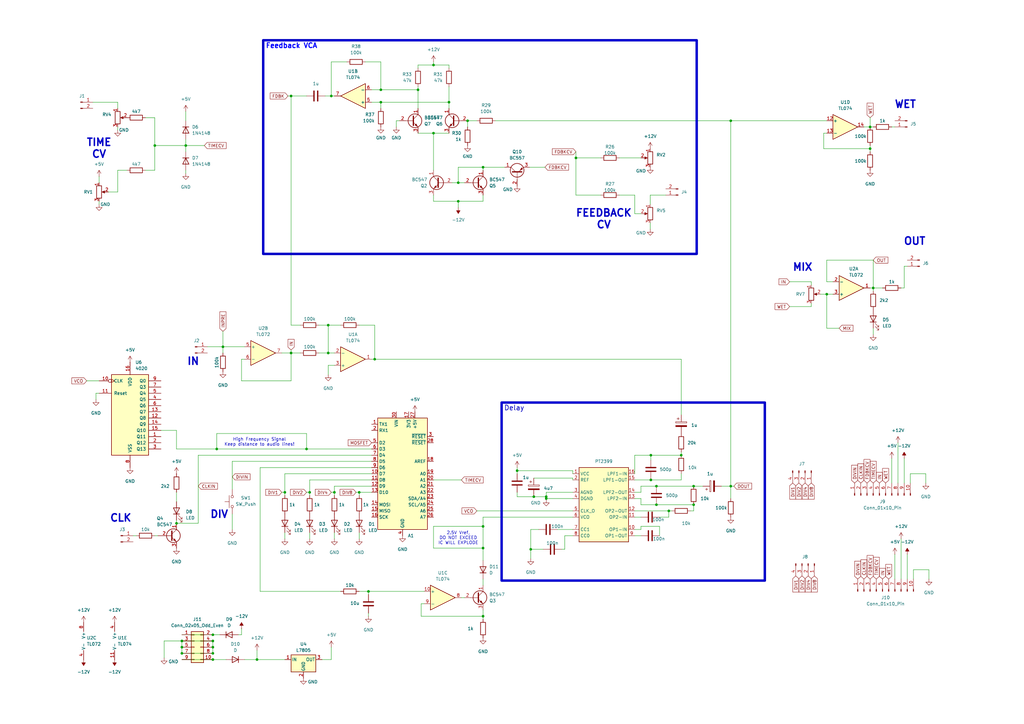
<source format=kicad_sch>
(kicad_sch (version 20250114) (generator "eeschema") (generator_version "9.0")
  (paper "A3")
  (title_block (title "SingleDelay by github.com/Fihdi") (date "Now!"))
  (lib_symbols
    (symbol "+5V_1" (power) (pin_numbers (hide yes)) (pin_names (offset 0) (hide yes))
      (property "Value" "+5V" (at 0 3.556 0))
      (symbol "+5V_1_1_1"
        (pin power_in line (at 0 0 90) (length 0) (name "~") (number "1"))
      )
    )
    (symbol "4xxx:4020" (pin_names (offset 1.016))
      (property "Reference" "U" (at -7.62 16.51 0))
      (property "Value" "4020" (at -7.62 -19.05 0))
      (symbol "4020_1_0"
        (pin input inverted_clock (at -12.7 12.7 0) (length 5.08) (name "CLK") (number "10"))
        (pin input line (at -12.7 7.62 0) (length 5.08) (name "Reset") (number "11"))
        (pin power_in line (at 0 20.32 270) (length 5.08) (name "VDD") (number "16"))
        (pin power_in line (at 0 -22.86 90) (length 5.08) (name "VSS") (number "8"))
        (pin output line (at 12.7 12.7 180) (length 5.08) (name "Q0") (number "9"))
        (pin output line (at 12.7 10.16 180) (length 5.08) (name "Q3") (number "7"))
        (pin output line (at 12.7 7.62 180) (length 5.08) (name "Q4") (number "5"))
        (pin output line (at 12.7 5.08 180) (length 5.08) (name "Q5") (number "4"))
        (pin output line (at 12.7 2.54 180) (length 5.08) (name "Q6") (number "6"))
        (pin output line (at 12.7 0 180) (length 5.08) (name "Q7") (number "13"))
        (pin output line (at 12.7 -2.54 180) (length 5.08) (name "Q8") (number "12"))
        (pin output line (at 12.7 -5.08 180) (length 5.08) (name "Q9") (number "14"))
        (pin output line (at 12.7 -7.62 180) (length 5.08) (name "Q10") (number "15"))
        (pin output line (at 12.7 -10.16 180) (length 5.08) (name "Q11") (number "1"))
        (pin output line (at 12.7 -12.7 180) (length 5.08) (name "Q12") (number "2"))
        (pin output line (at 12.7 -15.24 180) (length 5.08) (name "Q13") (number "3"))
      )
    )
    (symbol "Amplifier_Operational:TL072" (pin_names (offset 0.127))
      (property "Reference" "U" (at 0 5.08 0))
      (property "Value" "TL072" (at 0 -5.08 0))
      (symbol "TL072_1_1"
        (pin input line (at -7.62 2.54 0) (length 2.54) (name "+") (number "3"))
        (pin input line (at -7.62 -2.54 0) (length 2.54) (name "-") (number "2"))
        (pin output line (at 7.62 0 180) (length 2.54) (name "~") (number "1"))
      )
      (symbol "TL072_2_1"
        (pin input line (at -7.62 2.54 0) (length 2.54) (name "+") (number "5"))
        (pin input line (at -7.62 -2.54 0) (length 2.54) (name "-") (number "6"))
        (pin output line (at 7.62 0 180) (length 2.54) (name "~") (number "7"))
      )
      (symbol "TL072_3_1"
        (pin power_in line (at -2.54 7.62 270) (length 3.81) (name "V+") (number "8"))
        (pin power_in line (at -2.54 -7.62 90) (length 3.81) (name "V-") (number "4"))
      )
    )
    (symbol "Amplifier_Operational:TL074" (pin_names (offset 0.127))
      (property "Reference" "U" (at 0 5.08 0))
      (property "Value" "TL074" (at 0 -5.08 0))
      (symbol "TL074_1_1"
        (pin input line (at -7.62 2.54 0) (length 2.54) (name "+") (number "3"))
        (pin input line (at -7.62 -2.54 0) (length 2.54) (name "-") (number "2"))
        (pin output line (at 7.62 0 180) (length 2.54) (name "~") (number "1"))
      )
      (symbol "TL074_2_1"
        (pin input line (at -7.62 2.54 0) (length 2.54) (name "+") (number "5"))
        (pin input line (at -7.62 -2.54 0) (length 2.54) (name "-") (number "6"))
        (pin output line (at 7.62 0 180) (length 2.54) (name "~") (number "7"))
      )
      (symbol "TL074_3_1"
        (pin input line (at -7.62 2.54 0) (length 2.54) (name "+") (number "10"))
        (pin input line (at -7.62 -2.54 0) (length 2.54) (name "-") (number "9"))
        (pin output line (at 7.62 0 180) (length 2.54) (name "~") (number "8"))
      )
      (symbol "TL074_4_1"
        (pin input line (at -7.62 2.54 0) (length 2.54) (name "+") (number "12"))
        (pin input line (at -7.62 -2.54 0) (length 2.54) (name "-") (number "13"))
        (pin output line (at 7.62 0 180) (length 2.54) (name "~") (number "14"))
      )
      (symbol "TL074_5_1"
        (pin power_in line (at -2.54 7.62 270) (length 3.81) (name "V+") (number "4"))
        (pin power_in line (at -2.54 -7.62 90) (length 3.81) (name "V-") (number "11"))
      )
    )
    (symbol "Audio:PT2399"
      (property "Reference" "U" (at 0 17.78 0))
      (property "Value" "PT2399" (at 0 -17.78 0))
      (symbol "PT2399_1_1"
        (pin power_in line (at -12.7 12.7 0) (length 2.54) (name "VCC") (number "1"))
        (pin passive line (at -12.7 10.16 0) (length 2.54) (name "REF") (number "2"))
        (pin power_in line (at -12.7 5.08 0) (length 2.54) (name "AGND") (number "3"))
        (pin power_in line (at -12.7 2.54 0) (length 2.54) (name "DGND") (number "4"))
        (pin passive line (at -12.7 -2.54 0) (length 2.54) (name "CLK_O") (number "5"))
        (pin passive line (at -12.7 -5.08 0) (length 2.54) (name "VCO") (number "6"))
        (pin passive line (at -12.7 -10.16 0) (length 2.54) (name "CC1") (number "7"))
        (pin passive line (at -12.7 -12.7 0) (length 2.54) (name "CC0") (number "8"))
        (pin input line (at 12.7 12.7 180) (length 2.54) (name "LPF1-IN") (number "16"))
        (pin output line (at 12.7 10.16 180) (length 2.54) (name "LPF1-OUT") (number "15"))
        (pin output line (at 12.7 5.08 180) (length 2.54) (name "LPF2-OUT") (number "14"))
        (pin input line (at 12.7 2.54 180) (length 2.54) (name "LPF2-IN") (number "13"))
        (pin output line (at 12.7 -2.54 180) (length 2.54) (name "OP2-OUT") (number "12"))
        (pin input line (at 12.7 -5.08 180) (length 2.54) (name "OP2-IN") (number "11"))
        (pin input line (at 12.7 -10.16 180) (length 2.54) (name "OP1-IN") (number "10"))
        (pin output line (at 12.7 -12.7 180) (length 2.54) (name "OP1-OUT") (number "9"))
      )
    )
    (symbol "BC547_1" (pin_names (offset 0) (hide yes))
      (property "Reference" "Q" (at 5.08 1.905 0))
      (property "Value" "BC547" (at 5.08 0 0))
      (symbol "BC547_1_1_1"
        (pin input line (at -5.08 0 0) (length 2.54) (name "B") (number "2"))
        (pin passive line (at 2.54 5.08 270) (length 2.54) (name "C") (number "1"))
        (pin passive line (at 2.54 -5.08 90) (length 2.54) (name "E") (number "3"))
      )
    )
    (symbol "Connector:Conn_01x02_Pin" (pin_names (offset 1.016) (hide yes))
      (property "Reference" "J" (at 0 2.54 0))
      (property "Value" "Conn_01x02_Pin" (at 0 -5.08 0))
      (symbol "Conn_01x02_Pin_1_1"
        (pin passive line (at 5.08 0 180) (length 3.81) (name "Pin_1") (number "1"))
        (pin passive line (at 5.08 -2.54 180) (length 3.81) (name "Pin_2") (number "2"))
      )
    )
    (symbol "Connector:Conn_01x04_Pin" (pin_names (offset 1.016) (hide yes))
      (property "Reference" "J" (at 0 5.08 0))
      (property "Value" "Conn_01x04_Pin" (at 0 -7.62 0))
      (symbol "Conn_01x04_Pin_1_1"
        (pin passive line (at 5.08 2.54 180) (length 3.81) (name "Pin_1") (number "1"))
        (pin passive line (at 5.08 0 180) (length 3.81) (name "Pin_2") (number "2"))
        (pin passive line (at 5.08 -2.54 180) (length 3.81) (name "Pin_3") (number "3"))
        (pin passive line (at 5.08 -5.08 180) (length 3.81) (name "Pin_4") (number "4"))
      )
    )
    (symbol "Connector:Conn_01x10_Pin" (pin_names (offset 1.016) (hide yes))
      (property "Reference" "J" (at 0 12.7 0))
      (property "Value" "Conn_01x10_Pin" (at 0 -15.24 0))
      (symbol "Conn_01x10_Pin_1_1"
        (pin passive line (at 5.08 10.16 180) (length 3.81) (name "Pin_1") (number "1"))
        (pin passive line (at 5.08 7.62 180) (length 3.81) (name "Pin_2") (number "2"))
        (pin passive line (at 5.08 5.08 180) (length 3.81) (name "Pin_3") (number "3"))
        (pin passive line (at 5.08 2.54 180) (length 3.81) (name "Pin_4") (number "4"))
        (pin passive line (at 5.08 0 180) (length 3.81) (name "Pin_5") (number "5"))
        (pin passive line (at 5.08 -2.54 180) (length 3.81) (name "Pin_6") (number "6"))
        (pin passive line (at 5.08 -5.08 180) (length 3.81) (name "Pin_7") (number "7"))
        (pin passive line (at 5.08 -7.62 180) (length 3.81) (name "Pin_8") (number "8"))
        (pin passive line (at 5.08 -10.16 180) (length 3.81) (name "Pin_9") (number "9"))
        (pin passive line (at 5.08 -12.7 180) (length 3.81) (name "Pin_10") (number "10"))
      )
    )
    (symbol "Connector_Generic:Conn_02x05_Odd_Even" (pin_names (offset 1.016) (hide yes))
      (property "Reference" "J" (at 1.27 7.62 0))
      (property "Value" "Conn_02x05_Odd_Even" (at 1.27 -7.62 0))
      (symbol "Conn_02x05_Odd_Even_1_1"
        (pin passive line (at -5.08 5.08 0) (length 3.81) (name "Pin_1") (number "1"))
        (pin passive line (at -5.08 2.54 0) (length 3.81) (name "Pin_3") (number "3"))
        (pin passive line (at -5.08 0 0) (length 3.81) (name "Pin_5") (number "5"))
        (pin passive line (at -5.08 -2.54 0) (length 3.81) (name "Pin_7") (number "7"))
        (pin passive line (at -5.08 -5.08 0) (length 3.81) (name "Pin_9") (number "9"))
        (pin passive line (at 7.62 5.08 180) (length 3.81) (name "Pin_2") (number "2"))
        (pin passive line (at 7.62 2.54 180) (length 3.81) (name "Pin_4") (number "4"))
        (pin passive line (at 7.62 0 180) (length 3.81) (name "Pin_6") (number "6"))
        (pin passive line (at 7.62 -2.54 180) (length 3.81) (name "Pin_8") (number "8"))
        (pin passive line (at 7.62 -5.08 180) (length 3.81) (name "Pin_10") (number "10"))
      )
    )
    (symbol "Device:C" (pin_numbers (hide yes)) (pin_names (offset 0.254))
      (property "Reference" "C" (at 0.635 2.54 0))
      (property "Value" "C" (at 0.635 -2.54 0))
      (symbol "C_1_1"
        (pin passive line (at 0 3.81 270) (length 2.794) (name "~") (number "1"))
        (pin passive line (at 0 -3.81 90) (length 2.794) (name "~") (number "2"))
      )
    )
    (symbol "Device:C_Polarized" (pin_numbers (hide yes)) (pin_names (offset 0.254))
      (property "Reference" "C" (at 0.635 2.54 0))
      (property "Value" "C_Polarized" (at 0.635 -2.54 0))
      (symbol "C_Polarized_1_1"
        (pin passive line (at 0 3.81 270) (length 2.794) (name "~") (number "1"))
        (pin passive line (at 0 -3.81 90) (length 2.794) (name "~") (number "2"))
      )
    )
    (symbol "Device:D" (pin_numbers (hide yes)) (pin_names (offset 1.016) (hide yes))
      (property "Reference" "D" (at 0 2.54 0))
      (property "Value" "D" (at 0 -2.54 0))
      (symbol "D_1_1"
        (pin passive line (at -3.81 0 0) (length 2.54) (name "K") (number "1"))
        (pin passive line (at 3.81 0 180) (length 2.54) (name "A") (number "2"))
      )
    )
    (symbol "Device:LED" (pin_numbers (hide yes)) (pin_names (offset 1.016) (hide yes))
      (property "Reference" "D" (at 0 2.54 0))
      (property "Value" "LED" (at 0 -2.54 0))
      (symbol "LED_1_1"
        (pin passive line (at -3.81 0 0) (length 2.54) (name "K") (number "1"))
        (pin passive line (at 3.81 0 180) (length 2.54) (name "A") (number "2"))
      )
    )
    (symbol "Device:R" (pin_numbers (hide yes)) (pin_names (offset 0))
      (property "Reference" "R" (at 2.032 0 90))
      (property "Value" "R" (at 0 0 90))
      (symbol "R_1_1"
        (pin passive line (at 0 3.81 270) (length 1.27) (name "~") (number "1"))
        (pin passive line (at 0 -3.81 90) (length 1.27) (name "~") (number "2"))
      )
    )
    (symbol "Device:R_Potentiometer" (pin_names (offset 1.016) (hide yes))
      (property "Reference" "RV" (at -4.445 0 90))
      (property "Value" "R_Potentiometer" (at -2.54 0 90))
      (symbol "R_Potentiometer_1_1"
        (pin passive line (at 0 3.81 270) (length 1.27) (name "1") (number "1"))
        (pin passive line (at 0 -3.81 90) (length 1.27) (name "3") (number "3"))
        (pin passive line (at 3.81 0 180) (length 1.27) (name "2") (number "2"))
      )
    )
    (symbol "Diode:1N4148" (pin_numbers (hide yes)) (pin_names (hide yes))
      (property "Reference" "D" (at 0 2.54 0))
      (property "Value" "1N4148" (at 0 -2.54 0))
      (symbol "1N4148_1_1"
        (pin passive line (at -3.81 0 0) (length 2.54) (name "K") (number "1"))
        (pin passive line (at 3.81 0 180) (length 2.54) (name "A") (number "2"))
      )
    )
    (symbol "MCU_Module:Arduino_Nano_Every"
      (property "Reference" "A" (at -10.16 23.495 0))
      (property "Value" "Arduino_Nano_Every" (at 5.08 -24.13 0))
      (symbol "Arduino_Nano_Every_1_1"
        (pin bidirectional line (at -12.7 20.32 0) (length 2.54) (name "TX1") (number "1"))
        (pin bidirectional line (at -12.7 17.78 0) (length 2.54) (name "RX1") (number "2"))
        (pin bidirectional line (at -12.7 12.7 0) (length 2.54) (name "D2") (number "5"))
        (pin bidirectional line (at -12.7 10.16 0) (length 2.54) (name "D3") (number "6"))
        (pin bidirectional line (at -12.7 7.62 0) (length 2.54) (name "D4") (number "7"))
        (pin bidirectional line (at -12.7 5.08 0) (length 2.54) (name "D5") (number "8"))
        (pin bidirectional line (at -12.7 2.54 0) (length 2.54) (name "D6") (number "9"))
        (pin bidirectional line (at -12.7 0 0) (length 2.54) (name "D7") (number "10"))
        (pin bidirectional line (at -12.7 -2.54 0) (length 2.54) (name "D8") (number "11"))
        (pin bidirectional line (at -12.7 -5.08 0) (length 2.54) (name "D9") (number "12"))
        (pin bidirectional line (at -12.7 -7.62 0) (length 2.54) (name "D10") (number "13"))
        (pin bidirectional line (at -12.7 -12.7 0) (length 2.54) (name "MOSI") (number "14"))
        (pin bidirectional line (at -12.7 -15.24 0) (length 2.54) (name "MISO") (number "15"))
        (pin bidirectional line (at -12.7 -17.78 0) (length 2.54) (name "SCK") (number "16"))
        (pin power_in line (at -2.54 25.4 270) (length 2.54) (name "VIN") (number "30"))
        (pin passive line (at 0 -25.4 90) (length 2.54) (hide yes) (name "GND") (number "29"))
        (pin power_in line (at 0 -25.4 90) (length 2.54) (name "GND") (number "4"))
        (pin power_out line (at 2.54 25.4 270) (length 2.54) (name "3V3") (number "17"))
        (pin power_out line (at 5.08 25.4 270) (length 2.54) (name "+5V") (number "27"))
        (pin input line (at 12.7 15.24 180) (length 2.54) (name "~{RESET}") (number "3"))
        (pin input line (at 12.7 12.7 180) (length 2.54) (name "~{RESET}") (number "28"))
        (pin input line (at 12.7 5.08 180) (length 2.54) (name "AREF") (number "18"))
        (pin bidirectional line (at 12.7 0 180) (length 2.54) (name "A0") (number "19"))
        (pin bidirectional line (at 12.7 -2.54 180) (length 2.54) (name "A1") (number "20"))
        (pin bidirectional line (at 12.7 -5.08 180) (length 2.54) (name "A2") (number "21"))
        (pin bidirectional line (at 12.7 -7.62 180) (length 2.54) (name "A3") (number "22"))
        (pin bidirectional line (at 12.7 -10.16 180) (length 2.54) (name "SDA/A4") (number "23"))
        (pin bidirectional line (at 12.7 -12.7 180) (length 2.54) (name "SCL/A5") (number "24"))
        (pin bidirectional line (at 12.7 -15.24 180) (length 2.54) (name "A6") (number "25"))
        (pin bidirectional line (at 12.7 -17.78 180) (length 2.54) (name "A7") (number "26"))
      )
    )
    (symbol "Regulator_Linear:L7805" (pin_names (offset 0.254))
      (property "Reference" "U" (at -3.81 3.175 0))
      (property "Value" "L7805" (at 0 3.175 0))
      (symbol "L7805_1_1"
        (pin power_in line (at -7.62 0 0) (length 2.54) (name "IN") (number "1"))
        (pin power_in line (at 0 -7.62 90) (length 2.54) (name "GND") (number "2"))
        (pin power_out line (at 7.62 0 180) (length 2.54) (name "OUT") (number "3"))
      )
    )
    (symbol "Switch:SW_Push" (pin_numbers (hide yes)) (pin_names (offset 1.016) (hide yes))
      (property "Reference" "SW" (at 1.27 2.54 0))
      (property "Value" "SW_Push" (at 0 -1.524 0))
      (symbol "SW_Push_0_1"
        (pin passive line (at -5.08 0 0) (length 2.54) (name "1") (number "1"))
        (pin passive line (at 5.08 0 180) (length 2.54) (name "2") (number "2"))
      )
    )
    (symbol "Transistor_BJT:BC547" (pin_names (offset 0) (hide yes))
      (property "Reference" "Q" (at 5.08 1.905 0))
      (property "Value" "BC547" (at 5.08 0 0))
      (symbol "BC547_1_1"
        (pin input line (at -5.08 0 0) (length 5.08) (name "B") (number "2"))
        (pin passive line (at 2.54 5.08 270) (length 2.54) (name "C") (number "1"))
        (pin passive line (at 2.54 -5.08 90) (length 2.54) (name "E") (number "3"))
      )
    )
    (symbol "Transistor_BJT:BC557" (pin_names (offset 0) (hide yes))
      (property "Reference" "Q" (at 5.08 1.905 0))
      (property "Value" "BC557" (at 5.08 0 0))
      (symbol "BC557_1_1"
        (pin input line (at -5.08 0 0) (length 2.54) (name "B") (number "2"))
        (pin passive line (at 2.54 5.08 270) (length 2.54) (name "C") (number "1"))
        (pin passive line (at 2.54 -5.08 90) (length 2.54) (name "E") (number "3"))
      )
    )
    (symbol "power:+12V" (power) (pin_names (offset 0))
      (property "Value" "+12V" (at 0 3.556 0))
      (symbol "+12V_1_1"
        (pin power_in line (at 0 0 90) (length 0) (hide yes) (name "+12V") (number "1"))
      )
    )
    (symbol "power:+5V" (power) (pin_names (offset 0))
      (property "Value" "+5V" (at 0 3.556 0))
      (symbol "+5V_1_1"
        (pin power_in line (at 0 0 90) (length 0) (hide yes) (name "+5V") (number "1"))
      )
    )
    (symbol "power:-12V" (power) (pin_numbers (hide yes)) (pin_names (offset 0) (hide yes))
      (property "Value" "-12V" (at 0 3.556 0))
      (symbol "-12V_0_0"
        (pin power_in line (at 0 0 90) (length 0) (name "~") (number "1"))
      )
    )
    (symbol "power:GND" (power) (pin_names (offset 0))
      (property "Value" "GND" (at 0 -3.81 0))
      (symbol "GND_1_1"
        (pin power_in line (at 0 0 270) (length 0) (hide yes) (name "GND") (number "1"))
      )
    )
  )
  (text "MIX" (at 329.184 109.728 0) (effects (font (size 3 3) (thickness 0.6) (bold yes))))
  (text "TIME\nCV" (at 40.64 60.96 0) (effects (font (size 3 3) (thickness 0.6) (bold yes))))
  (text "High Frequency Signal\nKeep distance to audio lines!" (at 106.426 181.356 0) (effects (font (size 1.27 1.27))))
  (text "WET" (at 371.348 42.926 0) (effects (font (size 3 3) (thickness 0.6) (bold yes))))
  (text "DIV\n" (at 89.916 211.074 0) (effects (font (size 3 3) (thickness 0.6) (bold yes))))
  (text "2.5V Vref,\nDO NOT EXCEED\nIC WILL EXPLODE" (at 187.96 220.726 0) (effects (font (size 1.27 1.27))))
  (text "CLK" (at 49.53 212.598 0) (effects (font (size 3 3) (thickness 0.6) (bold yes))))
  (text "FEEDBACK\nCV" (at 247.65 89.916 0) (effects (font (size 3 3) (thickness 0.6) (bold yes))))
  (text "IN" (at 79.248 148.336 0) (effects (font (size 3 3) (thickness 0.6) (bold yes))))
  (text "OUT\n" (at 375.158 99.06 0) (effects (font (size 3 3) (thickness 0.6) (bold yes))))
  (text_box "Delay" (at 205.74 165.1 0) (size 107.95 73.025) (margins 0.9525 0.9525 0.9525 0.9525) (stroke (width 1)) (effects (font (size 2 2) (thickness 0.254) (bold yes)) (justify left top)))
  (text_box "Feedback VCA" (at 107.95 16.51 0) (size 177.8 87.63) (margins 0.9525 0.9525 0.9525 0.9525) (stroke (width 1)) (effects (font (size 2 2) (thickness 0.4) (bold yes)) (justify left top)))
  (junction (at 269.24 199.39))
  (junction (at 125.73 184.15))
  (junction (at 74.6093 262.89))
  (junction (at 191.77 49.53))
  (junction (at 74.6093 265.43))
  (junction (at 198.12 252.73))
  (junction (at 156.21 41.91))
  (junction (at 212.09 193.04))
  (junction (at 87.3093 270.51))
  (junction (at 198.12 215.9))
  (junction (at 274.32 209.55))
  (junction (at 116.84 201.93))
  (junction (at 88.9 184.15))
  (junction (at 177.8 26.67))
  (junction (at 358.14 118.11))
  (junction (at 198.12 68.58))
  (junction (at 156.21 36.83))
  (junction (at 356.87 60.96))
  (junction (at 134.62 133.35))
  (junction (at 119.38 39.37))
  (junction (at 184.15 41.91))
  (junction (at 87.3093 260.35))
  (junction (at 284.48 207.01))
  (junction (at 171.45 36.83))
  (junction (at 119.38 144.78))
  (junction (at 339.09 120.65))
  (junction (at 153.67 147.32))
  (junction (at 266.954 186.69))
  (junction (at 63.5 59.69))
  (junction (at 356.87 52.07))
  (junction (at 137.16 201.93))
  (junction (at 284.48 199.39))
  (junction (at 224.028 203.708))
  (junction (at 72.39 214.63))
  (junction (at 105.41 270.51))
  (junction (at 76.2 59.69))
  (junction (at 187.96 82.55))
  (junction (at 187.96 74.93))
  (junction (at 147.32 201.93))
  (junction (at 266.954 196.85))
  (junction (at 134.62 144.78))
  (junction (at 127 201.93))
  (junction (at 87.3093 262.89))
  (junction (at 177.8 54.61))
  (junction (at 299.72 199.39))
  (junction (at 299.72 49.53))
  (junction (at 236.22 64.77))
  (junction (at 198.12 224.79))
  (junction (at 135.89 39.37))
  (junction (at 87.3093 267.97))
  (junction (at 269.24 207.01))
  (junction (at 217.678 225.298))
  (junction (at 87.3093 265.43))
  (junction (at 218.948 203.708))
  (junction (at 74.6093 267.97))
  (junction (at 91.44 142.24))
  (junction (at 224.028 204.47))
  (junction (at 151.13 242.57))
  (junction (at 279.4 186.69))
  (wire (pts (xy 74.6093 270.51) (xy 87.3093 270.51)))
  (wire (pts (xy 74.6093 267.97) (xy 87.3093 267.97)))
  (wire (pts (xy 99.06 257.81) (xy 99.06 260.35)))
  (wire (pts (xy 332.74 125.73) (xy 332.74 124.46)))
  (wire (pts (xy 198.12 82.55) (xy 187.96 82.55)))
  (wire (pts (xy 127 220.98) (xy 127 218.44)))
  (wire (pts (xy 151.13 242.57) (xy 173.99 242.57)))
  (wire (pts (xy 72.39 201.93) (xy 72.39 205.74)))
  (wire (pts (xy 356.87 59.69) (xy 356.87 60.96)))
  (wire (pts (xy 356.87 60.96) (xy 337.82 60.96)))
  (wire (pts (xy 189.23 196.85) (xy 177.8 196.85)))
  (wire (pts (xy 262.89 87.63) (xy 260.35 87.63)))
  (wire (pts (xy 177.8 69.85) (xy 177.8 54.61)))
  (wire (pts (xy 135.89 201.93) (xy 137.16 201.93)))
  (wire (pts (xy 85.09 142.24) (xy 91.44 142.24)))
  (wire (pts (xy 270.51 215.9) (xy 270.51 219.71)))
  (wire (pts (xy 198.12 224.79) (xy 198.12 229.87)))
  (wire (pts (xy 246.38 64.77) (xy 236.22 64.77)))
  (wire (pts (xy 266.954 186.69) (xy 279.4 186.69)))
  (wire (pts (xy 299.72 49.53) (xy 339.09 49.53)))
  (wire (pts (xy 119.38 39.37) (xy 119.38 133.35)))
  (wire (pts (xy 262.89 199.39) (xy 269.24 199.39)))
  (wire (pts (xy 184.15 35.56) (xy 184.15 41.91)))
  (wire (pts (xy 123.19 133.35) (xy 119.38 133.35)))
  (wire (pts (xy 91.44 144.78) (xy 91.44 142.24)))
  (wire (pts (xy 137.16 201.93) (xy 137.16 199.39)))
  (wire (pts (xy 198.12 252.73) (xy 198.12 254)))
  (wire (pts (xy 76.2 59.69) (xy 83.82 59.69)))
  (wire (pts (xy 356.87 60.96) (xy 356.87 62.23)))
  (wire (pts (xy 190.5 245.11) (xy 189.23 245.11)))
  (wire (pts (xy 63.5 59.69) (xy 63.5 69.85)))
  (wire (pts (xy 106.68 242.57) (xy 139.7 242.57)))
  (wire (pts (xy 177.8 224.79) (xy 198.12 224.79)))
  (wire (pts (xy 224.028 204.47) (xy 234.95 204.47)))
  (wire (pts (xy 92.71 270.51) (xy 87.3093 270.51)))
  (wire (pts (xy 156.21 41.91) (xy 184.15 41.91)))
  (wire (pts (xy 95.25 189.23) (xy 152.4 189.23)))
  (wire (pts (xy 74.6093 262.89) (xy 74.6093 265.43)))
  (wire (pts (xy 323.85 125.73) (xy 332.74 125.73)))
  (wire (pts (xy 198.12 215.9) (xy 198.12 224.79)))
  (wire (pts (xy 187.96 68.58) (xy 187.96 74.93)))
  (wire (pts (xy 152.4 41.91) (xy 156.21 41.91)))
  (wire (pts (xy 35.56 156.21) (xy 40.64 156.21)))
  (wire (pts (xy 368.3 181.61) (xy 368.3 198.12)))
  (wire (pts (xy 156.21 25.4) (xy 149.86 25.4)))
  (wire (pts (xy 115.57 201.93) (xy 116.84 201.93)))
  (wire (pts (xy 198.12 82.55) (xy 198.12 80.01)))
  (wire (pts (xy 147.32 203.2) (xy 147.32 201.93)))
  (wire (pts (xy 228.6 217.17) (xy 234.95 217.17)))
  (wire (pts (xy 72.39 184.15) (xy 88.9 184.15)))
  (wire (pts (xy 279.4 185.42) (xy 279.4 186.69)))
  (wire (pts (xy 48.26 78.74) (xy 48.26 69.85)))
  (wire (pts (xy 95.25 200.66) (xy 95.25 189.23)))
  (wire (pts (xy 88.9 184.15) (xy 125.73 184.15)))
  (wire (pts (xy 266.954 196.342) (xy 266.954 196.85)))
  (wire (pts (xy 76.2 59.69) (xy 76.2 57.15)))
  (wire (pts (xy 74.6093 265.43) (xy 74.6093 267.97)))
  (wire (pts (xy 224.028 203.708) (xy 224.028 204.47)))
  (wire (pts (xy 105.41 270.51) (xy 100.33 270.51)))
  (wire (pts (xy 266.954 186.69) (xy 266.954 188.722)))
  (wire (pts (xy 274.32 209.55) (xy 274.32 212.09)))
  (wire (pts (xy 234.95 193.04) (xy 234.95 194.31)))
  (wire (pts (xy 177.8 82.55) (xy 177.8 80.01)))
  (wire (pts (xy 273.05 80.01) (xy 266.7 80.01)))
  (wire (pts (xy 379.73 198.12) (xy 379.73 194.31)))
  (wire (pts (xy 134.62 149.86) (xy 137.16 149.86)))
  (wire (pts (xy 336.55 120.65) (xy 339.09 120.65)))
  (wire (pts (xy 39.37 163.83) (xy 39.37 161.29)))
  (wire (pts (xy 63.5 69.85) (xy 59.69 69.85)))
  (wire (pts (xy 171.45 35.56) (xy 171.45 36.83)))
  (wire (pts (xy 358.14 106.68) (xy 358.14 118.11)))
  (wire (pts (xy 370.84 187.96) (xy 370.84 198.12)))
  (wire (pts (xy 370.84 118.11) (xy 369.57 118.11)))
  (wire (pts (xy 234.95 196.088) (xy 218.948 196.088)))
  (wire (pts (xy 262.89 201.93) (xy 262.89 199.39)))
  (wire (pts (xy 76.2 49.53) (xy 76.2 45.72)))
  (wire (pts (xy 151.13 252.73) (xy 151.13 251.46)))
  (wire (pts (xy 134.62 144.78) (xy 134.62 133.35)))
  (wire (pts (xy 339.09 115.57) (xy 341.63 115.57)))
  (wire (pts (xy 279.4 196.85) (xy 279.4 194.31)))
  (wire (pts (xy 177.8 215.9) (xy 198.12 215.9)))
  (wire (pts (xy 134.62 133.35) (xy 139.7 133.35)))
  (wire (pts (xy 212.09 203.708) (xy 218.948 203.708)))
  (wire (pts (xy 356.87 52.07) (xy 358.14 52.07)))
  (wire (pts (xy 134.62 153.67) (xy 134.62 149.86)))
  (wire (pts (xy 260.35 212.09) (xy 262.89 212.09)))
  (wire (pts (xy 105.41 270.51) (xy 116.84 270.51)))
  (wire (pts (xy 370.84 118.11) (xy 370.84 109.22)))
  (wire (pts (xy 40.64 74.93) (xy 40.64 72.39)))
  (wire (pts (xy 72.39 214.63) (xy 81.28 214.63)))
  (wire (pts (xy 373.38 194.31) (xy 373.38 198.12)))
  (wire (pts (xy 337.82 60.96) (xy 337.82 54.61)))
  (wire (pts (xy 198.12 252.73) (xy 172.72 252.73)))
  (wire (pts (xy 212.09 201.93) (xy 212.09 203.708)))
  (wire (pts (xy 234.95 196.85) (xy 234.95 196.088)))
  (wire (pts (xy 67.31 262.89) (xy 67.31 269.8287)))
  (wire (pts (xy 48.26 53.34) (xy 48.26 52.07)))
  (wire (pts (xy 72.39 213.36) (xy 72.39 214.63)))
  (wire (pts (xy 125.73 177.8) (xy 125.73 184.15)))
  (wire (pts (xy 156.21 44.45) (xy 156.21 41.91)))
  (wire (pts (xy 156.21 36.83) (xy 156.21 25.4)))
  (wire (pts (xy 147.32 220.98) (xy 147.32 218.44)))
  (wire (pts (xy 184.15 41.91) (xy 184.15 44.45)))
  (wire (pts (xy 279.4 147.32) (xy 279.4 170.18)))
  (wire (pts (xy 177.8 26.67) (xy 171.45 26.67)))
  (wire (pts (xy 100.33 147.32) (xy 99.06 147.32)))
  (wire (pts (xy 299.72 49.53) (xy 299.72 199.39)))
  (wire (pts (xy 231.648 225.298) (xy 231.648 219.71)))
  (wire (pts (xy 284.48 209.55) (xy 284.48 207.01)))
  (wire (pts (xy 162.56 52.07) (xy 162.56 49.53)))
  (wire (pts (xy 90.17 260.35) (xy 87.3093 260.35)))
  (wire (pts (xy 339.09 115.57) (xy 339.09 106.68)))
  (wire (pts (xy 260.35 87.63) (xy 260.35 80.01)))
  (wire (pts (xy 184.15 54.61) (xy 177.8 54.61)))
  (wire (pts (xy 40.64 83.82) (xy 40.64 82.55)))
  (wire (pts (xy 212.09 193.04) (xy 234.95 193.04)))
  (wire (pts (xy 59.69 48.26) (xy 63.5 48.26)))
  (wire (pts (xy 266.7 93.98) (xy 266.7 91.44)))
  (wire (pts (xy 260.35 201.93) (xy 262.89 201.93)))
  (wire (pts (xy 269.24 199.39) (xy 284.48 199.39)))
  (wire (pts (xy 207.01 68.58) (xy 198.12 68.58)))
  (wire (pts (xy 172.72 252.73) (xy 172.72 247.65)))
  (wire (pts (xy 137.16 203.2) (xy 137.16 201.93)))
  (wire (pts (xy 195.58 49.53) (xy 191.77 49.53)))
  (wire (pts (xy 115.57 144.78) (xy 119.38 144.78)))
  (wire (pts (xy 72.39 176.53) (xy 72.39 184.15)))
  (wire (pts (xy 177.8 224.79) (xy 177.8 215.9)))
  (wire (pts (xy 230.378 225.298) (xy 231.648 225.298)))
  (wire (pts (xy 63.5 59.69) (xy 76.2 59.69)))
  (wire (pts (xy 87.3093 260.35) (xy 74.6093 260.35)))
  (wire (pts (xy 262.89 207.01) (xy 269.24 207.01)))
  (wire (pts (xy 48.26 69.85) (xy 52.07 69.85)))
  (wire (pts (xy 299.72 199.39) (xy 299.72 204.47)))
  (wire (pts (xy 198.12 250.19) (xy 198.12 252.73)))
  (wire (pts (xy 332.74 115.57) (xy 332.74 116.84)))
  (wire (pts (xy 236.22 64.77) (xy 236.22 80.01)))
  (wire (pts (xy 63.5 48.26) (xy 63.5 59.69)))
  (wire (pts (xy 63.5 219.71) (xy 64.77 219.71)))
  (wire (pts (xy 370.84 109.22) (xy 372.11 109.22)))
  (wire (pts (xy 369.57 220.98) (xy 369.57 237.49)))
  (wire (pts (xy 54.61 219.71) (xy 55.88 219.71)))
  (wire (pts (xy 171.45 26.67) (xy 171.45 27.94)))
  (wire (pts (xy 116.84 203.2) (xy 116.84 201.93)))
  (wire (pts (xy 187.96 74.93) (xy 185.42 74.93)))
  (wire (pts (xy 127 203.2) (xy 127 201.93)))
  (wire (pts (xy 365.76 187.96) (xy 365.76 198.12)))
  (wire (pts (xy 339.09 134.62) (xy 339.09 120.65)))
  (wire (pts (xy 231.648 219.71) (xy 234.95 219.71)))
  (wire (pts (xy 76.2 71.12) (xy 76.2 69.85)))
  (wire (pts (xy 217.678 217.17) (xy 220.98 217.17)))
  (wire (pts (xy 119.38 39.37) (xy 125.73 39.37)))
  (wire (pts (xy 76.2 59.69) (xy 76.2 62.23)))
  (wire (pts (xy 224.028 201.93) (xy 224.028 203.708)))
  (wire (pts (xy 147.32 133.35) (xy 153.67 133.35)))
  (wire (pts (xy 130.81 133.35) (xy 134.62 133.35)))
  (wire (pts (xy 217.678 229.108) (xy 217.678 225.298)))
  (wire (pts (xy 344.17 134.62) (xy 339.09 134.62)))
  (wire (pts (xy 119.38 156.21) (xy 119.38 144.78)))
  (wire (pts (xy 147.32 201.93) (xy 152.4 201.93)))
  (wire (pts (xy 260.35 186.69) (xy 266.954 186.69)))
  (wire (pts (xy 339.09 106.68) (xy 358.14 106.68)))
  (wire (pts (xy 365.76 52.07) (xy 367.03 52.07)))
  (wire (pts (xy 224.028 204.47) (xy 224.028 204.978)))
  (wire (pts (xy 372.11 227.33) (xy 372.11 237.49)))
  (wire (pts (xy 97.79 260.35) (xy 99.06 260.35)))
  (wire (pts (xy 151.13 242.57) (xy 151.13 243.84)))
  (wire (pts (xy 223.52 68.58) (xy 217.17 68.58)))
  (wire (pts (xy 260.35 196.85) (xy 266.954 196.85)))
  (wire (pts (xy 99.06 147.32) (xy 99.06 156.21)))
  (wire (pts (xy 39.37 161.29) (xy 40.64 161.29)))
  (wire (pts (xy 260.35 217.17) (xy 262.89 217.17)))
  (wire (pts (xy 81.28 186.69) (xy 81.28 214.63)))
  (wire (pts (xy 339.09 120.65) (xy 341.63 120.65)))
  (wire (pts (xy 260.35 80.01) (xy 254 80.01)))
  (wire (pts (xy 269.24 207.01) (xy 284.48 207.01)))
  (wire (pts (xy 191.77 52.07) (xy 191.77 49.53)))
  (wire (pts (xy 88.9 177.8) (xy 125.73 177.8)))
  (wire (pts (xy 48.26 41.91) (xy 48.26 44.45)))
  (wire (pts (xy 147.32 242.57) (xy 151.13 242.57)))
  (wire (pts (xy 105.41 266.7) (xy 105.41 270.51)))
  (wire (pts (xy 127 196.85) (xy 127 201.93)))
  (wire (pts (xy 262.89 64.77) (xy 254 64.77)))
  (wire (pts (xy 260.35 219.71) (xy 262.89 219.71)))
  (wire (pts (xy 135.89 270.51) (xy 132.08 270.51)))
  (wire (pts (xy 198.12 68.58) (xy 187.96 68.58)))
  (wire (pts (xy 354.33 52.07) (xy 356.87 52.07)))
  (wire (pts (xy 195.58 209.55) (xy 234.95 209.55)))
  (wire (pts (xy 203.2 49.53) (xy 299.72 49.53)))
  (wire (pts (xy 187.96 82.55) (xy 177.8 82.55)))
  (wire (pts (xy 91.44 142.24) (xy 100.33 142.24)))
  (wire (pts (xy 153.67 147.32) (xy 152.4 147.32)))
  (wire (pts (xy 137.16 199.39) (xy 152.4 199.39)))
  (wire (pts (xy 356.87 48.26) (xy 356.87 52.07)))
  (wire (pts (xy 152.4 194.31) (xy 116.84 194.31)))
  (wire (pts (xy 217.678 225.298) (xy 222.758 225.298)))
  (wire (pts (xy 125.73 184.15) (xy 152.4 184.15)))
  (wire (pts (xy 152.4 186.69) (xy 81.28 186.69)))
  (wire (pts (xy 295.91 199.39) (xy 299.72 199.39)))
  (wire (pts (xy 119.38 144.78) (xy 123.19 144.78)))
  (wire (pts (xy 381 237.49) (xy 381 233.68)))
  (wire (pts (xy 337.82 54.61) (xy 339.09 54.61)))
  (wire (pts (xy 361.95 118.11) (xy 358.14 118.11)))
  (wire (pts (xy 262.89 204.47) (xy 262.89 207.01)))
  (wire (pts (xy 134.62 144.78) (xy 137.16 144.78)))
  (wire (pts (xy 116.84 220.98) (xy 116.84 218.44)))
  (wire (pts (xy 125.73 201.93) (xy 127 201.93)))
  (wire (pts (xy 118.11 39.37) (xy 119.38 39.37)))
  (wire (pts (xy 95.25 210.82) (xy 95.25 217.17)))
  (wire (pts (xy 198.12 68.58) (xy 198.12 69.85)))
  (wire (pts (xy 119.38 143.51) (xy 119.38 144.78)))
  (wire (pts (xy 300.99 199.39) (xy 299.72 199.39)))
  (wire (pts (xy 262.89 215.9) (xy 270.51 215.9)))
  (wire (pts (xy 87.3093 265.43) (xy 87.3093 267.97)))
  (wire (pts (xy 288.29 199.39) (xy 284.48 199.39)))
  (wire (pts (xy 99.06 156.21) (xy 119.38 156.21)))
  (wire (pts (xy 66.04 176.53) (xy 72.39 176.53)))
  (wire (pts (xy 152.4 36.83) (xy 156.21 36.83)))
  (wire (pts (xy 146.05 201.93) (xy 147.32 201.93)))
  (wire (pts (xy 38.1 41.91) (xy 48.26 41.91)))
  (wire (pts (xy 274.32 212.09) (xy 270.51 212.09)))
  (wire (pts (xy 260.35 209.55) (xy 274.32 209.55)))
  (wire (pts (xy 87.3093 262.89) (xy 74.6093 262.89)))
  (wire (pts (xy 153.67 147.32) (xy 279.4 147.32)))
  (wire (pts (xy 218.948 203.708) (xy 224.028 203.708)))
  (wire (pts (xy 275.59 209.55) (xy 274.32 209.55)))
  (wire (pts (xy 236.22 62.23) (xy 236.22 64.77)))
  (wire (pts (xy 198.12 237.49) (xy 198.12 240.03)))
  (wire (pts (xy 217.678 225.298) (xy 217.678 217.17)))
  (wire (pts (xy 198.12 212.09) (xy 198.12 215.9)))
  (wire (pts (xy 374.65 233.68) (xy 374.65 237.49)))
  (wire (pts (xy 106.68 191.77) (xy 106.68 242.57)))
  (wire (pts (xy 358.14 119.38) (xy 358.14 118.11)))
  (wire (pts (xy 212.09 191.77) (xy 212.09 193.04)))
  (wire (pts (xy 266.954 196.85) (xy 279.4 196.85)))
  (wire (pts (xy 323.85 115.57) (xy 332.74 115.57)))
  (wire (pts (xy 88.9 184.15) (xy 88.9 177.8)))
  (wire (pts (xy 177.8 54.61) (xy 171.45 54.61)))
  (wire (pts (xy 137.16 39.37) (xy 135.89 39.37)))
  (wire (pts (xy 172.72 247.65) (xy 173.99 247.65)))
  (wire (pts (xy 356.87 118.11) (xy 358.14 118.11)))
  (wire (pts (xy 177.8 26.67) (xy 184.15 26.67)))
  (wire (pts (xy 246.38 80.01) (xy 236.22 80.01)))
  (wire (pts (xy 260.35 194.31) (xy 260.35 186.69)))
  (wire (pts (xy 262.89 217.17) (xy 262.89 215.9)))
  (wire (pts (xy 358.14 137.16) (xy 358.14 134.62)))
  (wire (pts (xy 234.95 201.93) (xy 224.028 201.93)))
  (wire (pts (xy 171.45 36.83) (xy 171.45 44.45)))
  (wire (pts (xy 142.24 25.4) (xy 135.89 25.4)))
  (wire (pts (xy 116.84 194.31) (xy 116.84 201.93)))
  (wire (pts (xy 137.16 220.98) (xy 137.16 218.44)))
  (wire (pts (xy 87.3093 262.89) (xy 87.3093 265.43)))
  (wire (pts (xy 91.44 135.89) (xy 91.44 142.24)))
  (wire (pts (xy 212.09 193.04) (xy 212.09 194.31)))
  (wire (pts (xy 184.15 27.94) (xy 184.15 26.67)))
  (wire (pts (xy 135.89 25.4) (xy 135.89 39.37)))
  (wire (pts (xy 367.03 227.33) (xy 367.03 237.49)))
  (wire (pts (xy 283.21 209.55) (xy 284.48 209.55)))
  (wire (pts (xy 135.89 265.43) (xy 135.89 270.51)))
  (wire (pts (xy 153.67 133.35) (xy 153.67 147.32)))
  (wire (pts (xy 152.4 191.77) (xy 106.68 191.77)))
  (wire (pts (xy 162.56 49.53) (xy 163.83 49.53)))
  (wire (pts (xy 379.73 194.31) (xy 373.38 194.31)))
  (wire (pts (xy 260.35 204.47) (xy 262.89 204.47)))
  (wire (pts (xy 190.5 74.93) (xy 187.96 74.93)))
  (wire (pts (xy 198.12 212.09) (xy 234.95 212.09)))
  (wire (pts (xy 135.89 39.37) (xy 133.35 39.37)))
  (wire (pts (xy 266.7 83.82) (xy 266.7 80.01)))
  (wire (pts (xy 187.96 85.09) (xy 187.96 82.55)))
  (wire (pts (xy 130.81 144.78) (xy 134.62 144.78)))
  (wire (pts (xy 44.45 78.74) (xy 48.26 78.74)))
  (wire (pts (xy 177.8 26.67) (xy 177.8 25.4)))
  (wire (pts (xy 74.6093 262.89) (xy 67.31 262.89)))
  (wire (pts (xy 381 233.68) (xy 374.65 233.68)))
  (wire (pts (xy 152.4 196.85) (xy 127 196.85)))
  (wire (pts (xy 156.21 36.83) (xy 171.45 36.83)))
  (global_label "MOSFET" (shape input) (at 152.4 181.61 180) (property "Intersheetrefs" "${INTERSHEET_REFS}" (effects (hide yes))))
  (global_label "INPRE" (shape input) (at 91.44 135.89 90) (property "Intersheetrefs" "${INTERSHEET_REFS}" (effects (hide yes))))
  (global_label "WET" (shape input) (at 323.85 125.73 180) (property "Intersheetrefs" "${INTERSHEET_REFS}" (effects (hide yes))))
  (global_label "VCO" (shape input) (at 35.56 156.21 180) (property "Intersheetrefs" "${INTERSHEET_REFS}" (effects (hide yes))))
  (global_label "DIVIN" (shape input) (at 95.25 195.58 0) (effects (font (thickness 0.1588))) (property "Intersheetrefs" "${INTERSHEET_REFS}" (effects (hide yes))))
  (global_label "DIV4" (shape input) (at 331.47 236.22 270) (property "Intersheetrefs" "${INTERSHEET_REFS}" (effects (hide yes))))
  (global_label "DIV2" (shape input) (at 327.66 198.12 270) (property "Intersheetrefs" "${INTERSHEET_REFS}" (effects (hide yes))))
  (global_label "WET" (shape input) (at 364.49 237.49 90) (property "Intersheetrefs" "${INTERSHEET_REFS}" (effects (hide yes))))
  (global_label "WET" (shape input) (at 356.87 48.26 90) (property "Intersheetrefs" "${INTERSHEET_REFS}" (effects (hide yes))))
  (global_label "TIMECV" (shape input) (at 358.14 198.12 90) (property "Intersheetrefs" "${INTERSHEET_REFS}" (effects (hide yes))))
  (global_label "FDBKCV" (shape input) (at 356.87 237.49 90) (property "Intersheetrefs" "${INTERSHEET_REFS}" (effects (hide yes))))
  (global_label "DIV2" (shape input) (at 125.73 201.93 180) (property "Intersheetrefs" "${INTERSHEET_REFS}" (effects (hide yes))))
  (global_label "FDBKCV" (shape input) (at 355.6 198.12 90) (property "Intersheetrefs" "${INTERSHEET_REFS}" (effects (hide yes))))
  (global_label "MIX" (shape input) (at 344.17 134.62 0) (effects (font (thickness 0.1588))) (property "Intersheetrefs" "${INTERSHEET_REFS}" (effects (hide yes))))
  (global_label "FDBK" (shape input) (at 118.11 39.37 180) (property "Intersheetrefs" "${INTERSHEET_REFS}" (effects (hide yes))))
  (global_label "IN" (shape input) (at 360.68 198.12 90) (property "Intersheetrefs" "${INTERSHEET_REFS}" (effects (hide yes))))
  (global_label "DIV8" (shape input) (at 334.01 236.22 270) (property "Intersheetrefs" "${INTERSHEET_REFS}" (effects (hide yes))))
  (global_label "DIV8" (shape input) (at 146.05 201.93 180) (property "Intersheetrefs" "${INTERSHEET_REFS}" (effects (hide yes))))
  (global_label "TIMECV" (shape input) (at 359.41 237.49 90) (property "Intersheetrefs" "${INTERSHEET_REFS}" (effects (hide yes))))
  (global_label "DIV4" (shape input) (at 330.2 198.12 270) (property "Intersheetrefs" "${INTERSHEET_REFS}" (effects (hide yes))))
  (global_label "TIMECV" (shape input) (at 83.82 59.69 0) (property "Intersheetrefs" "${INTERSHEET_REFS}" (effects (hide yes))))
  (global_label "IN" (shape input) (at 323.85 115.57 180) (property "Intersheetrefs" "${INTERSHEET_REFS}" (effects (hide yes))))
  (global_label "DOUT" (shape input) (at 300.99 199.39 0) (property "Intersheetrefs" "${INTERSHEET_REFS}" (effects (hide yes))))
  (global_label "VCO" (shape input) (at 195.58 209.55 180) (property "Intersheetrefs" "${INTERSHEET_REFS}" (effects (hide yes))))
  (global_label "DIV1" (shape input) (at 115.57 201.93 180) (property "Intersheetrefs" "${INTERSHEET_REFS}" (effects (hide yes))))
  (global_label "DIV1" (shape input) (at 325.12 198.12 270) (property "Intersheetrefs" "${INTERSHEET_REFS}" (effects (hide yes))))
  (global_label "FDBKCV" (shape input) (at 236.22 62.23 180) (property "Intersheetrefs" "${INTERSHEET_REFS}" (effects (hide yes))))
  (global_label "DIV4" (shape input) (at 135.89 201.93 180) (property "Intersheetrefs" "${INTERSHEET_REFS}" (effects (hide yes))))
  (global_label "TIMECV" (shape input) (at 189.23 196.85 0) (property "Intersheetrefs" "${INTERSHEET_REFS}" (effects (hide yes))))
  (global_label "CLKIN" (shape input) (at 354.33 237.49 90) (effects (font (thickness 0.1588))) (property "Intersheetrefs" "${INTERSHEET_REFS}" (effects (hide yes))))
  (global_label "IN" (shape input) (at 119.38 143.51 90) (property "Intersheetrefs" "${INTERSHEET_REFS}" (effects (hide yes))))
  (global_label "DIVIN" (shape input) (at 351.79 237.49 90) (effects (font (thickness 0.1588))) (property "Intersheetrefs" "${INTERSHEET_REFS}" (effects (hide yes))))
  (global_label "OUT" (shape input) (at 358.14 106.68 0) (property "Intersheetrefs" "${INTERSHEET_REFS}" (effects (hide yes))))
  (global_label "CLKIN" (shape input) (at 353.06 198.12 90) (effects (font (thickness 0.1588))) (property "Intersheetrefs" "${INTERSHEET_REFS}" (effects (hide yes))))
  (global_label "DIV8" (shape input) (at 332.74 198.12 270) (property "Intersheetrefs" "${INTERSHEET_REFS}" (effects (hide yes))))
  (global_label "DIVIN" (shape input) (at 350.52 198.12 90) (effects (font (thickness 0.1588))) (property "Intersheetrefs" "${INTERSHEET_REFS}" (effects (hide yes))))
  (global_label "DIV2" (shape input) (at 328.93 236.22 270) (property "Intersheetrefs" "${INTERSHEET_REFS}" (effects (hide yes))))
  (global_label "FDBKCV" (shape input) (at 223.52 68.58 0) (property "Intersheetrefs" "${INTERSHEET_REFS}" (effects (hide yes))))
  (global_label "WET" (shape input) (at 363.22 198.12 90) (property "Intersheetrefs" "${INTERSHEET_REFS}" (effects (hide yes))))
  (global_label "IN" (shape input) (at 361.95 237.49 90) (property "Intersheetrefs" "${INTERSHEET_REFS}" (effects (hide yes))))
  (global_label "DIV1" (shape input) (at 326.39 236.22 270) (property "Intersheetrefs" "${INTERSHEET_REFS}" (effects (hide yes))))
  (global_label "CLKIN" (shape input) (at 81.28 199.39 0) (effects (font (thickness 0.1588))) (property "Intersheetrefs" "${INTERSHEET_REFS}" (effects (hide yes))))
  (symbol (lib_id "Device:R") (at 146.05 25.4 90) (mirror x) (unit 1)
    (property "Reference" "R38" (at 146.05 19.05 90))
    (property "Value" "100k" (at 146.05 21.59 90))
    (property "Footprint" "Resistor_SMD:R_1206_3216Metric" (effects (hide yes)))
  )
  (symbol (lib_id "Device:R") (at 356.87 66.04 0) (unit 1)
    (property "Reference" "R2" (effects (hide yes)))
    (property "Value" "100k" (at 350.52 66.04 0) (effects (justify left)))
    (property "Footprint" "Resistor_SMD:R_1206_3216Metric" (effects (hide yes)))
  )
  (symbol (lib_id "power:GND") (at 39.37 163.83 0) (mirror y) (unit 1)
    (property "Reference" "#PWR051" (effects (hide yes)))
    (property "Value" "GND" (at 39.37 169.4181 0))
  )
  (symbol (lib_id "power:GND") (at 48.26 53.34 0) (mirror y) (unit 1)
    (property "Reference" "#PWR043" (effects (hide yes)))
    (property "Value" "GND" (at 50.8 53.34 0))
  )
  (symbol (lib_id "Device:LED") (at 72.39 209.55 90) (unit 1)
    (property "Reference" "D8" (at 76.2 209.8674 90) (effects (justify right)))
    (property "Value" "LED" (at 76.2 212.4074 90) (effects (justify right)))
    (property "Footprint" "LED_THT:LED_D3.0mm" (effects (hide yes)))
    (property "Description" "Light emitting diode" (effects (hide yes)))
    (property "Sim.Pins" "1=K 2=A" (effects (hide yes)))
  )
  (symbol (lib_name "BC547_1") (lib_id "Transistor_BJT:BC547") (at 168.91 49.53 0) (unit 1)
    (property "Reference" "Q7" (at 173.99 50.8001 0) (effects (justify left)))
    (property "Value" "BC547" (at 173.99 48.2601 0) (effects (justify left)))
    (property "Footprint" "Package_TO_SOT_THT:TO-92L_Inline_Wide" (effects (hide yes)))
    (property "Datasheet" "https://www.onsemi.com/pub/Collateral/BC550-D.pdf" (effects (hide yes)))
    (property "Description" "0.1A Ic, 45V Vce, Small Signal NPN Transistor, TO-92" (effects (hide yes)))
  )
  (symbol (lib_id "Device:R_Potentiometer") (at 40.64 78.74 0) (unit 1)
    (property "Reference" "RV1" (at 38.1 78.7399 0) (effects (justify right)))
    (property "Value" "R_Potentiometer" (effects (hide yes)))
    (property "Footprint" "Library:AlpsPot" (effects (hide yes)))
    (property "Description" "Potentiometer" (effects (hide yes)))
  )
  (symbol (lib_id "Device:R") (at 127 133.35 270) (unit 1)
    (property "Reference" "R24" (effects (hide yes)))
    (property "Value" "100k" (at 127 130.81 90))
    (property "Footprint" "Resistor_SMD:R_1206_3216Metric" (effects (hide yes)))
  )
  (symbol (lib_name "BC547_1") (lib_id "Transistor_BJT:BC547") (at 180.34 74.93 0) (mirror y) (unit 1)
    (property "Reference" "Q2" (at 175.26 76.2001 0) (effects (justify left)))
    (property "Value" "BC547" (at 175.26 73.6601 0) (effects (justify left)))
    (property "Footprint" "Package_TO_SOT_THT:TO-92L_Inline_Wide" (effects (hide yes)))
    (property "Datasheet" "https://www.onsemi.com/pub/Collateral/BC550-D.pdf" (effects (hide yes)))
    (property "Description" "0.1A Ic, 45V Vce, Small Signal NPN Transistor, TO-92" (effects (hide yes)))
  )
  (symbol (lib_id "Diode:1N4148") (at 76.2 66.04 270) (unit 1)
    (property "Reference" "D7" (at 78.74 64.7699 90) (effects (justify left)))
    (property "Value" "1N4148" (at 78.74 67.3099 90) (effects (justify left)))
    (property "Footprint" "Diode_THT:D_DO-35_SOD27_P7.62mm_Horizontal" (effects (hide yes)))
    (property "Datasheet" "https://assets.nexperia.com/documents/data-sheet/1N4148_1N4448.pdf" (effects (hide yes)))
    (property "Description" "100V 0.15A standard switching diode, DO-35" (effects (hide yes)))
    (property "Sim.Device" "D" (effects (hide yes)))
    (property "Sim.Pins" "1=K 2=A" (effects (hide yes)))
  )
  (symbol (lib_id "Amplifier_Operational:TL074") (at 144.78 147.32 0) (mirror x) (unit 1)
    (property "Reference" "U1" (at 144.78 137.16 0))
    (property "Value" "TL074" (at 144.78 139.7 0))
    (property "Footprint" "Package_SO:SOIC-14_3.9x8.7mm_P1.27mm" (effects (hide yes)))
    (property "Datasheet" "http://www.ti.com/lit/ds/symlink/tl071.pdf" (effects (hide yes)))
    (property "Description" "Quad Low-Noise JFET-Input Operational Amplifiers, DIP-14/SOIC-14" (effects (hide yes)))
  )
  (symbol (lib_id "power:+12V") (at 369.57 220.98 0) (mirror y) (unit 1)
    (property "Reference" "#PWR020" (effects (hide yes)))
    (property "Value" "+12V" (at 369.57 215.9 0))
  )
  (symbol (lib_id "Device:C") (at 266.7 212.09 90) (unit 1)
    (property "Reference" "C22" (effects (hide yes)))
    (property "Value" "100n" (at 270.002 213.106 90))
    (property "Footprint" "Capacitor_THT:C_Disc_D4.7mm_W2.5mm_P5.00mm" (effects (hide yes)))
  )
  (symbol (lib_id "Device:R") (at 250.19 64.77 270) (mirror x) (unit 1)
    (property "Reference" "R26" (at 250.19 60.198 90))
    (property "Value" "100k" (at 250.19 62.738 90))
    (property "Footprint" "Resistor_SMD:R_1206_3216Metric" (effects (hide yes)))
  )
  (symbol (lib_id "power:GND") (at 137.16 220.98 0) (mirror y) (unit 1)
    (property "Reference" "#PWR013" (effects (hide yes)))
    (property "Value" "GND" (at 137.16 226.5681 0))
  )
  (symbol (lib_id "Device:R") (at 147.32 207.01 0) (unit 1)
    (property "Reference" "R4" (effects (hide yes)))
    (property "Value" "1k" (at 148.844 207.01 0) (effects (justify left)))
    (property "Footprint" "Resistor_SMD:R_1206_3216Metric" (effects (hide yes)))
  )
  (symbol (lib_id "Device:R") (at 184.15 31.75 0) (mirror x) (unit 1)
    (property "Reference" "R31" (at 181.61 30.4799 0) (effects (justify right)))
    (property "Value" "47k" (at 181.61 33.0199 0) (effects (justify right)))
    (property "Footprint" "Resistor_SMD:R_1206_3216Metric" (effects (hide yes)))
  )
  (symbol (lib_id "Device:C_Polarized") (at 279.4 173.99 0) (unit 1)
    (property "Reference" "C24" (effects (hide yes)))
    (property "Value" "1u" (at 283.464 174.3709 0) (effects (justify left)))
    (property "Footprint" "Capacitor_THT:C_Rect_L9.0mm_W2.7mm_P7.50mm_MKT" (effects (hide yes)))
  )
  (symbol (lib_id "power:-12V") (at 370.84 187.96 0) (mirror y) (unit 1)
    (property "Reference" "#PWR017" (effects (hide yes)))
    (property "Value" "-12V" (at 370.84 182.88 0))
    (property "Description" "Power symbol creates a global label with name \"-12V\"" (effects (hide yes)))
  )
  (symbol (lib_id "Device:C") (at 266.954 192.532 0) (unit 1)
    (property "Reference" "C21" (effects (hide yes)))
    (property "Value" "500p" (at 270.51 192.5319 0) (effects (justify left)))
    (property "Footprint" "Capacitor_THT:C_Disc_D4.7mm_W2.5mm_P5.00mm" (effects (hide yes)))
  )
  (symbol (lib_id "Amplifier_Operational:TL072") (at 349.25 118.11 0) (mirror x) (unit 1)
    (property "Reference" "U2" (at 348.234 110.236 0) (effects (justify left)))
    (property "Value" "TL072" (at 348.234 112.776 0) (effects (justify left)))
    (property "Footprint" "Package_SO:SOIC-8_5.3x6.2mm_P1.27mm" (effects (hide yes)))
    (property "Datasheet" "http://www.ti.com/lit/ds/symlink/tl071.pdf" (effects (hide yes)))
    (property "Description" "Dual Low-Noise JFET-Input Operational Amplifiers, DIP-8/SOIC-8" (effects (hide yes)))
  )
  (symbol (lib_id "power:GND") (at 381 237.49 0) (mirror y) (unit 1)
    (property "Reference" "#PWR022" (effects (hide yes)))
    (property "Value" "GND" (at 381 243.0781 0))
  )
  (symbol (lib_id "Device:R") (at 127 207.01 0) (unit 1)
    (property "Reference" "R6" (effects (hide yes)))
    (property "Value" "1k" (at 128.778 207.01 0) (effects (justify left)))
    (property "Footprint" "Resistor_SMD:R_1206_3216Metric" (effects (hide yes)))
  )
  (symbol (lib_id "Connector:Conn_01x02_Pin") (at 80.01 142.24 0) (unit 1)
    (property "Reference" "J2" (at 80.645 139.7 0))
    (property "Value" "Conn_01x02_Pin" (effects (hide yes)))
    (property "Footprint" "Library:3mm5 Mono Aux" (effects (hide yes)))
    (property "Description" "Generic connector, single row, 01x02, script generated" (effects (hide yes)))
  )
  (symbol (lib_id "power:+12V") (at 368.3 181.61 0) (mirror y) (unit 1)
    (property "Reference" "#PWR07" (effects (hide yes)))
    (property "Value" "+12V" (at 368.3 176.53 0))
  )
  (symbol (lib_id "power:+12V") (at 46.99 255.27 0) (mirror y) (unit 1)
    (property "Reference" "#PWR044" (effects (hide yes)))
    (property "Value" "+12V" (at 46.99 250.19 0))
  )
  (symbol (lib_id "Device:R") (at 55.88 48.26 270) (unit 1)
    (property "Reference" "R25" (effects (hide yes)))
    (property "Value" "4k7" (at 55.88 45.72 90))
    (property "Footprint" "Resistor_SMD:R_1206_3216Metric" (effects (hide yes)))
  )
  (symbol (lib_id "Transistor_BJT:BC557") (at 212.09 71.12 90) (unit 1)
    (property "Reference" "Q10" (at 212.09 62.23 90))
    (property "Value" "BC557" (at 212.09 64.77 90))
    (property "Footprint" "Package_TO_SOT_THT:TO-92L_Inline_Wide" (effects (hide yes)))
    (property "Datasheet" "https://www.onsemi.com/pub/Collateral/BC556BTA-D.pdf" (effects (hide yes)))
    (property "Description" "0.1A Ic, 45V Vce, PNP Small Signal Transistor, TO-92" (effects (hide yes)))
  )
  (symbol (lib_id "Device:R") (at 137.16 207.01 0) (unit 1)
    (property "Reference" "R5" (effects (hide yes)))
    (property "Value" "1k" (at 138.938 207.01 0) (effects (justify left)))
    (property "Footprint" "Resistor_SMD:R_1206_3216Metric" (effects (hide yes)))
  )
  (symbol (lib_id "Device:C") (at 266.7 219.71 90) (unit 1)
    (property "Reference" "C20" (effects (hide yes)))
    (property "Value" "100n" (at 270.256 220.98 90))
    (property "Footprint" "Capacitor_THT:C_Disc_D4.7mm_W2.5mm_P5.00mm" (effects (hide yes)))
  )
  (symbol (lib_id "power:GND") (at 67.31 269.8287 0) (unit 1)
    (property "Reference" "#PWR048" (effects (hide yes)))
    (property "Value" "GND" (at 71.12 271.3527 0))
  )
  (symbol (lib_id "power:+12V") (at 34.29 255.27 0) (mirror y) (unit 1)
    (property "Reference" "#PWR039" (effects (hide yes)))
    (property "Value" "+12V" (at 34.29 250.19 0))
  )
  (symbol (lib_id "power:GND") (at 116.84 220.98 0) (mirror y) (unit 1)
    (property "Reference" "#PWR011" (effects (hide yes)))
    (property "Value" "GND" (at 116.84 226.5681 0))
  )
  (symbol (lib_id "power:-12V") (at 99.06 257.81 0) (unit 1)
    (property "Reference" "#PWR050" (effects (hide yes)))
    (property "Value" "-12V" (at 99.06 252.73 0))
    (property "Description" "Power symbol creates a global label with name \"-12V\"" (effects (hide yes)))
  )
  (symbol (lib_id "power:GND") (at 191.77 59.69 0) (mirror y) (unit 1)
    (property "Reference" "#PWR037" (effects (hide yes)))
    (property "Value" "GND" (at 191.77 64.135 0))
  )
  (symbol (lib_id "power:GND") (at 356.87 69.85 0) (mirror y) (unit 1)
    (property "Reference" "#PWR04" (effects (hide yes)))
    (property "Value" "GND" (at 356.87 75.4381 0))
  )
  (symbol (lib_name "+5V_1") (lib_id "power:+5V") (at 53.34 148.59 0) (unit 1)
    (property "Reference" "#PWR026" (effects (hide yes)))
    (property "Value" "+5V" (at 53.34 143.51 0))
    (property "Description" "Power symbol creates a global label with name \"+5V\"" (effects (hide yes)))
  )
  (symbol (lib_id "Device:R") (at 356.87 55.88 0) (unit 1)
    (property "Reference" "R3" (effects (hide yes)))
    (property "Value" "100k" (at 350.52 55.88 0) (effects (justify left)))
    (property "Footprint" "Resistor_SMD:R_1206_3216Metric" (effects (hide yes)))
  )
  (symbol (lib_id "Device:C") (at 151.13 247.65 180) (unit 1)
    (property "Reference" "C1" (effects (hide yes)))
    (property "Value" "10u" (at 145.542 247.396 0))
    (property "Footprint" "Capacitor_THT:C_Axial_L3.8mm_D2.6mm_P7.50mm_Horizontal" (effects (hide yes)))
  )
  (symbol (lib_name "BC547_1") (lib_id "Transistor_BJT:BC547") (at 195.58 74.93 0) (unit 1)
    (property "Reference" "Q5" (at 200.66 76.2001 0) (effects (justify left)))
    (property "Value" "BC547" (at 200.66 73.6601 0) (effects (justify left)))
    (property "Footprint" "Package_TO_SOT_THT:TO-92L_Inline_Wide" (effects (hide yes)))
    (property "Datasheet" "https://www.onsemi.com/pub/Collateral/BC550-D.pdf" (effects (hide yes)))
    (property "Description" "0.1A Ic, 45V Vce, Small Signal NPN Transistor, TO-92" (effects (hide yes)))
  )
  (symbol (lib_id "Connector:Conn_01x02_Pin") (at 372.11 52.07 180) (unit 1)
    (property "Reference" "J5" (at 373.38 50.7999 0) (effects (justify right)))
    (property "Value" "Conn_01x02_Pin" (effects (hide yes)))
    (property "Footprint" "Library:3mm5 Mono Aux" (effects (hide yes)))
    (property "Description" "Generic connector, single row, 01x02, script generated" (effects (hide yes)))
  )
  (symbol (lib_name "+5V_1") (lib_id "power:+5V") (at 365.76 187.96 0) (unit 1)
    (property "Reference" "#PWR06" (effects (hide yes)))
    (property "Value" "+5V" (at 365.76 182.88 0))
    (property "Description" "Power symbol creates a global label with name \"+5V\"" (effects (hide yes)))
  )
  (symbol (lib_id "power:GND") (at 156.21 52.07 0) (mirror y) (unit 1)
    (property "Reference" "#PWR042" (effects (hide yes)))
    (property "Value" "GND" (at 156.21 56.515 0))
  )
  (symbol (lib_name "BC547_1") (lib_id "Transistor_BJT:BC547") (at 186.69 49.53 0) (mirror y) (unit 1)
    (property "Reference" "Q6" (at 181.61 50.8001 0) (effects (justify left)))
    (property "Value" "BC547" (at 181.61 48.2601 0) (effects (justify left)))
    (property "Footprint" "Package_TO_SOT_THT:TO-92L_Inline_Wide" (effects (hide yes)))
    (property "Datasheet" "https://www.onsemi.com/pub/Collateral/BC550-D.pdf" (effects (hide yes)))
    (property "Description" "0.1A Ic, 45V Vce, Small Signal NPN Transistor, TO-92" (effects (hide yes)))
  )
  (symbol (lib_id "power:-12V") (at 34.29 270.51 0) (mirror x) (unit 1)
    (property "Reference" "#PWR036" (effects (hide yes)))
    (property "Value" "-12V" (at 34.29 275.59 0))
    (property "Description" "Power symbol creates a global label with name \"-12V\"" (effects (hide yes)))
  )
  (symbol (lib_id "Amplifier_Operational:TL072") (at 36.83 262.89 0) (unit 3)
    (property "Reference" "U2" (at 35.56 261.6199 0) (effects (justify left)))
    (property "Value" "TL072" (at 35.56 264.1599 0) (effects (justify left)))
    (property "Footprint" "Package_SO:SOIC-8_5.3x6.2mm_P1.27mm" (effects (hide yes)))
    (property "Datasheet" "http://www.ti.com/lit/ds/symlink/tl071.pdf" (effects (hide yes)))
    (property "Description" "Dual Low-Noise JFET-Input Operational Amplifiers, DIP-8/SOIC-8" (effects (hide yes)))
  )
  (symbol (lib_id "Device:R") (at 199.39 49.53 90) (mirror x) (unit 1)
    (property "Reference" "R29" (at 199.39 43.18 90))
    (property "Value" "100k" (at 199.39 45.72 90))
    (property "Footprint" "Resistor_SMD:R_1206_3216Metric" (effects (hide yes)))
  )
  (symbol (lib_id "power:GND") (at 147.32 220.98 0) (mirror y) (unit 1)
    (property "Reference" "#PWR014" (effects (hide yes)))
    (property "Value" "GND" (at 147.32 226.5681 0))
  )
  (symbol (lib_id "power:-12V") (at 372.11 227.33 0) (mirror y) (unit 1)
    (property "Reference" "#PWR021" (effects (hide yes)))
    (property "Value" "-12V" (at 372.11 222.25 0))
    (property "Description" "Power symbol creates a global label with name \"-12V\"" (effects (hide yes)))
  )
  (symbol (lib_id "Connector:Conn_01x04_Pin") (at 330.2 193.04 270) (unit 1)
    (property "Reference" "J7" (at 328.93 190.246 90))
    (property "Value" "Conn_01x04_Pin" (effects (hide yes)))
    (property "Footprint" "Connector_PinHeader_2.54mm:PinHeader_1x04_P2.54mm_Vertical" (effects (hide yes)))
    (property "Description" "Generic connector, single row, 01x04, script generated" (effects (hide yes)))
  )
  (symbol (lib_id "Device:R") (at 279.4 209.55 270) (unit 1)
    (property "Reference" "R32" (effects (hide yes)))
    (property "Value" "10k" (at 281.432 214.63 90))
    (property "Footprint" "Resistor_SMD:R_1206_3216Metric" (effects (hide yes)))
  )
  (symbol (lib_id "power:-12V") (at 187.96 85.09 0) (mirror x) (unit 1)
    (property "Reference" "#PWR038" (effects (hide yes)))
    (property "Value" "-12V" (at 187.96 90.17 0))
    (property "Description" "Power symbol creates a global label with name \"-12V\"" (effects (hide yes)))
  )
  (symbol (lib_id "power:+5V") (at 212.09 191.77 0) (unit 1)
    (property "Reference" "#PWR0125" (effects (hide yes)))
    (property "Value" "+5V" (at 212.09 186.69 0))
  )
  (symbol (lib_id "Device:R_Potentiometer") (at 48.26 48.26 0) (unit 1)
    (property "Reference" "RV4" (at 45.72 46.9899 0) (effects (justify right)))
    (property "Value" "R_Potentiometer" (effects (hide yes)))
    (property "Footprint" "Library:AlpsPot" (effects (hide yes)))
    (property "Description" "Potentiometer" (effects (hide yes)))
  )
  (symbol (lib_id "Device:C") (at 224.79 217.17 90) (unit 1)
    (property "Reference" "C17" (effects (hide yes)))
    (property "Value" "100n" (at 228.6 215.9 90))
    (property "Footprint" "Capacitor_THT:C_Disc_D4.7mm_W2.5mm_P5.00mm" (effects (hide yes)))
  )
  (symbol (lib_id "power:GND") (at 266.7 68.58 0) (mirror y) (unit 1)
    (property "Reference" "#PWR033" (effects (hide yes)))
    (property "Value" "GND" (at 262.89 70.104 0))
  )
  (symbol (lib_id "Device:LED") (at 137.16 214.63 90) (unit 1)
    (property "Reference" "D2" (at 140.97 214.9474 90) (effects (justify right)))
    (property "Value" "LED" (at 140.97 217.4874 90) (effects (justify right)))
    (property "Footprint" "LED_THT:LED_D3.0mm" (effects (hide yes)))
    (property "Description" "Light emitting diode" (effects (hide yes)))
    (property "Sim.Pins" "1=K 2=A" (effects (hide yes)))
  )
  (symbol (lib_id "Connector:Conn_01x02_Pin") (at 49.53 219.71 0) (unit 1)
    (property "Reference" "J3" (at 50.165 217.17 0))
    (property "Value" "Conn_01x02_Pin" (effects (hide yes)))
    (property "Footprint" "Library:3mm5 Mono Aux" (effects (hide yes)))
    (property "Description" "Generic connector, single row, 01x02, script generated" (effects (hide yes)))
  )
  (symbol (lib_id "power:GND") (at 72.39 224.79 0) (mirror y) (unit 1)
    (property "Reference" "#PWR030" (effects (hide yes)))
    (property "Value" "GND" (at 72.39 230.3781 0))
  )
  (symbol (lib_name "BC547_1") (lib_id "Transistor_BJT:BC547") (at 195.58 245.11 0) (unit 1)
    (property "Reference" "Q3" (at 200.66 246.3801 0) (effects (justify left)))
    (property "Value" "BC547" (at 200.66 243.8401 0) (effects (justify left)))
    (property "Footprint" "Package_TO_SOT_THT:TO-92L_Inline_Wide" (effects (hide yes)))
    (property "Datasheet" "https://www.onsemi.com/pub/Collateral/BC550-D.pdf" (effects (hide yes)))
    (property "Description" "0.1A Ic, 45V Vce, Small Signal NPN Transistor, TO-92" (effects (hide yes)))
  )
  (symbol (lib_name "+5V_1") (lib_id "power:+5V") (at 40.64 72.39 0) (unit 1)
    (property "Reference" "#PWR02" (effects (hide yes)))
    (property "Value" "+5V" (at 40.64 67.31 0))
    (property "Description" "Power symbol creates a global label with name \"+5V\"" (effects (hide yes)))
  )
  (symbol (lib_id "Device:R") (at 143.51 133.35 270) (unit 1)
    (property "Reference" "R23" (effects (hide yes)))
    (property "Value" "100k" (at 143.51 130.81 90))
    (property "Footprint" "Resistor_SMD:R_1206_3216Metric" (effects (hide yes)))
  )
  (symbol (lib_id "Amplifier_Operational:TL074") (at 181.61 245.11 0) (unit 3)
    (property "Reference" "U1" (at 181.61 234.95 0))
    (property "Value" "TL074" (at 181.61 237.49 0))
    (property "Footprint" "Package_SO:SOIC-14_3.9x8.7mm_P1.27mm" (effects (hide yes)))
    (property "Datasheet" "http://www.ti.com/lit/ds/symlink/tl071.pdf" (effects (hide yes)))
    (property "Description" "Quad Low-Noise JFET-Input Operational Amplifiers, DIP-14/SOIC-14" (effects (hide yes)))
  )
  (symbol (lib_id "Regulator_Linear:L7805") (at 124.46 270.51 0) (unit 1)
    (property "Reference" "U4" (at 124.46 264.16 0))
    (property "Value" "L7805" (at 124.46 266.7 0))
    (property "Footprint" "Package_TO_SOT_SMD:TO-252-3_TabPin2" (effects (hide yes)))
    (property "Datasheet" "http://www.st.com/content/ccc/resource/technical/document/datasheet/41/4f/b3/b0/12/d4/47/88/CD00000444.pdf/files/CD00000444.pdf/jcr:content/translations/en.CD00000444.pdf" (effects (hide yes)))
    (property "Description" "Positive 1.5A 35V Linear Regulator, Fixed Output 5V, TO-220/TO-263/TO-252" (effects (hide yes)))
  )
  (symbol (lib_id "Device:D") (at 198.12 233.68 90) (unit 1)
    (property "Reference" "D11" (at 200.66 232.4099 90) (effects (justify right)))
    (property "Value" "D" (at 200.66 234.9499 90) (effects (justify right)))
    (property "Footprint" "Diode_SMD:D_1206_3216Metric_Pad1.42x1.75mm_HandSolder" (effects (hide yes)))
    (property "Description" "Diode" (effects (hide yes)))
    (property "Sim.Device" "D" (effects (hide yes)))
    (property "Sim.Pins" "1=K 2=A" (effects (hide yes)))
  )
  (symbol (lib_id "power:GND") (at 91.44 152.4 0) (mirror y) (unit 1)
    (property "Reference" "#PWR03" (effects (hide yes)))
    (property "Value" "GND" (at 91.44 157.9881 0))
  )
  (symbol (lib_id "Device:R") (at 284.48 203.2 0) (unit 1)
    (property "Reference" "R36" (effects (hide yes)))
    (property "Value" "10k" (at 287.274 204.47 0) (effects (justify left)))
    (property "Footprint" "Resistor_SMD:R_1206_3216Metric" (effects (hide yes)))
  )
  (symbol (lib_id "power:GND") (at 134.62 153.67 0) (mirror y) (unit 1)
    (property "Reference" "#PWR023" (effects (hide yes)))
    (property "Value" "GND" (at 134.62 159.2581 0))
  )
  (symbol (lib_id "Device:D") (at 96.52 270.51 180) (unit 1)
    (property "Reference" "D10" (at 96.52 264.16 0))
    (property "Value" "D" (at 96.52 266.7 0))
    (property "Footprint" "Diode_SMD:D_1206_3216Metric_Pad1.42x1.75mm_HandSolder" (effects (hide yes)))
    (property "Description" "Diode" (effects (hide yes)))
    (property "Sim.Device" "D" (effects (hide yes)))
    (property "Sim.Pins" "1=K 2=A" (effects (hide yes)))
  )
  (symbol (lib_id "Device:D") (at 93.98 260.35 0) (unit 1)
    (property "Reference" "D9" (at 93.98 254 0))
    (property "Value" "D" (at 93.98 256.54 0))
    (property "Footprint" "Diode_SMD:D_1206_3216Metric_Pad1.42x1.75mm_HandSolder" (effects (hide yes)))
    (property "Description" "Diode" (effects (hide yes)))
    (property "Sim.Device" "D" (effects (hide yes)))
    (property "Sim.Pins" "1=K 2=A" (effects (hide yes)))
  )
  (symbol (lib_id "power:GND") (at 266.7 93.98 0) (mirror y) (unit 1)
    (property "Reference" "#PWR034" (effects (hide yes)))
    (property "Value" "GND" (at 262.89 95.504 0))
  )
  (symbol (lib_id "Device:R") (at 198.12 257.81 0) (unit 1)
    (property "Reference" "R10" (effects (hide yes)))
    (property "Value" "1k" (at 191.77 257.81 0) (effects (justify left)))
    (property "Footprint" "Resistor_SMD:R_1206_3216Metric" (effects (hide yes)))
  )
  (symbol (lib_id "power:GND") (at 127 220.98 0) (mirror y) (unit 1)
    (property "Reference" "#PWR012" (effects (hide yes)))
    (property "Value" "GND" (at 127 226.5681 0))
  )
  (symbol (lib_id "Device:R") (at 127 144.78 270) (unit 1)
    (property "Reference" "R22" (effects (hide yes)))
    (property "Value" "100k" (at 127 142.24 90))
    (property "Footprint" "Resistor_SMD:R_1206_3216Metric" (effects (hide yes)))
  )
  (symbol (lib_id "power:GND") (at 212.09 76.2 0) (mirror y) (unit 1)
    (property "Reference" "#PWR024" (effects (hide yes)))
    (property "Value" "GND" (at 208.28 77.724 0))
  )
  (symbol (lib_name "+5V_1") (lib_id "power:+5V") (at 72.39 194.31 0) (unit 1)
    (property "Reference" "#PWR029" (effects (hide yes)))
    (property "Value" "+5V" (at 72.39 189.23 0))
    (property "Description" "Power symbol creates a global label with name \"+5V\"" (effects (hide yes)))
  )
  (symbol (lib_id "Device:C_Polarized") (at 218.948 199.898 0) (unit 1)
    (property "Reference" "C16" (effects (hide yes)))
    (property "Value" "4u7" (at 223.012 200.279 0) (effects (justify left)))
    (property "Footprint" "Capacitor_THT:C_Rect_L9.0mm_W2.7mm_P7.50mm_MKT" (effects (hide yes)))
  )
  (symbol (lib_id "power:+12V") (at 177.8 25.4 0) (mirror y) (unit 1)
    (property "Reference" "#PWR040" (effects (hide yes)))
    (property "Value" "+12V" (at 177.8 20.32 0))
  )
  (symbol (lib_id "Device:R") (at 171.45 31.75 0) (mirror x) (unit 1)
    (property "Reference" "R33" (at 168.91 30.4799 0) (effects (justify right)))
    (property "Value" "47k" (at 168.91 33.0199 0) (effects (justify right)))
    (property "Footprint" "Resistor_SMD:R_1206_3216Metric" (effects (hide yes)))
  )
  (symbol (lib_id "Device:R") (at 279.4 190.5 0) (unit 1)
    (property "Reference" "R35" (effects (hide yes)))
    (property "Value" "10k" (at 282.194 191.77 0) (effects (justify left)))
    (property "Footprint" "Resistor_SMD:R_1206_3216Metric" (effects (hide yes)))
  )
  (symbol (lib_id "Device:R") (at 143.51 242.57 270) (unit 1)
    (property "Reference" "R8" (effects (hide yes)))
    (property "Value" "10k" (at 143.51 240.03 90))
    (property "Footprint" "Resistor_SMD:R_1206_3216Metric" (effects (hide yes)))
  )
  (symbol (lib_id "Device:R_Potentiometer") (at 266.7 87.63 0) (mirror y) (unit 1)
    (property "Reference" "RV5" (at 269.24 86.3599 0) (effects (justify right)))
    (property "Value" "R_Potentiometer" (effects (hide yes)))
    (property "Footprint" "Library:AlpsPot" (effects (hide yes)))
    (property "Description" "Potentiometer" (effects (hide yes)))
  )
  (symbol (lib_name "+5V_1") (lib_id "power:+5V") (at 367.03 227.33 0) (unit 1)
    (property "Reference" "#PWR018" (effects (hide yes)))
    (property "Value" "+5V" (at 367.03 222.25 0))
    (property "Description" "Power symbol creates a global label with name \"+5V\"" (effects (hide yes)))
  )
  (symbol (lib_id "Device:R_Potentiometer") (at 266.7 64.77 0) (mirror y) (unit 1)
    (property "Reference" "RV2" (at 269.24 63.4999 0) (effects (justify right)))
    (property "Value" "R_Potentiometer" (effects (hide yes)))
    (property "Footprint" "Library:AlpsPot" (effects (hide yes)))
    (property "Description" "Potentiometer" (effects (hide yes)))
  )
  (symbol (lib_id "Amplifier_Operational:TL074") (at 144.78 39.37 180) (unit 2)
    (property "Reference" "U1" (at 144.78 29.21 0))
    (property "Value" "TL074" (at 144.78 31.75 0))
    (property "Footprint" "Package_SO:SOIC-14_3.9x8.7mm_P1.27mm" (effects (hide yes)))
    (property "Datasheet" "http://www.ti.com/lit/ds/symlink/tl071.pdf" (effects (hide yes)))
    (property "Description" "Quad Low-Noise JFET-Input Operational Amplifiers, DIP-14/SOIC-14" (effects (hide yes)))
  )
  (symbol (lib_id "power:+5V") (at 170.18 168.91 0) (unit 1)
    (property "Reference" "#PWR01" (effects (hide yes)))
    (property "Value" "+5V" (at 170.18 163.83 0))
  )
  (symbol (lib_id "Transistor_BJT:BC547") (at 69.85 219.71 0) (unit 1)
    (property "Reference" "Q4" (at 64.262 212.598 0) (effects (justify left)))
    (property "Value" "BC547" (at 64.262 215.138 0) (effects (justify left)))
    (property "Footprint" "Package_TO_SOT_THT:TO-92L_Inline_Wide" (effects (hide yes)))
    (property "Datasheet" "https://www.onsemi.com/pub/Collateral/BC550-D.pdf" (effects (hide yes)))
    (property "Description" "0.1A Ic, 45V Vce, Small Signal NPN Transistor, TO-92" (effects (hide yes)))
  )
  (symbol (lib_id "Device:R") (at 279.4 181.61 0) (unit 1)
    (property "Reference" "R34" (effects (hide yes)))
    (property "Value" "20k" (at 281.94 181.6099 0) (effects (justify left)))
    (property "Footprint" "Resistor_SMD:R_1206_3216Metric" (effects (hide yes)))
  )
  (symbol (lib_id "Device:R") (at 365.76 118.11 270) (unit 1)
    (property "Reference" "R15" (effects (hide yes)))
    (property "Value" "1k" (at 365.76 115.57 90))
    (property "Footprint" "Resistor_SMD:R_1206_3216Metric" (effects (hide yes)))
  )
  (symbol (lib_id "power:GND") (at 40.64 83.82 0) (mirror y) (unit 1)
    (property "Reference" "#PWR045" (effects (hide yes)))
    (property "Value" "GND" (at 43.18 83.82 0))
  )
  (symbol (lib_id "power:GND") (at 95.25 217.17 0) (mirror y) (unit 1)
    (property "Reference" "#PWR031" (effects (hide yes)))
    (property "Value" "GND" (at 95.25 222.7581 0))
  )
  (symbol (lib_id "Device:R") (at 361.95 52.07 270) (unit 1)
    (property "Reference" "R1" (effects (hide yes)))
    (property "Value" "1k" (at 361.95 49.53 90))
    (property "Footprint" "Resistor_SMD:R_1206_3216Metric" (effects (hide yes)))
  )
  (symbol (lib_id "Device:C_Polarized") (at 292.1 199.39 90) (unit 1)
    (property "Reference" "C25" (effects (hide yes)))
    (property "Value" "1u" (at 291.211 194.31 90))
    (property "Footprint" "Capacitor_THT:C_Rect_L9.0mm_W2.7mm_P7.50mm_MKT" (effects (hide yes)))
  )
  (symbol (lib_name "+5V_1") (lib_id "power:+5V") (at 76.2 45.72 0) (unit 1)
    (property "Reference" "#PWR046" (effects (hide yes)))
    (property "Value" "+5V" (at 76.2 40.64 0))
    (property "Description" "Power symbol creates a global label with name \"+5V\"" (effects (hide yes)))
  )
  (symbol (lib_id "Device:R") (at 156.21 48.26 0) (mirror x) (unit 1)
    (property "Reference" "R37" (at 153.67 46.9899 0) (effects (justify right)))
    (property "Value" "100k" (at 153.67 49.5299 0) (effects (justify right)))
    (property "Footprint" "Resistor_SMD:R_1206_3216Metric" (effects (hide yes)))
  )
  (symbol (lib_id "Device:C") (at 212.09 198.12 0) (unit 1)
    (property "Reference" "C15" (effects (hide yes)))
    (property "Value" "1u" (at 214.376 195.834 0) (effects (justify left)))
    (property "Footprint" "Capacitor_THT:C_Axial_L3.8mm_D2.6mm_P7.50mm_Horizontal" (effects (hide yes)))
  )
  (symbol (lib_id "Device:R") (at 250.19 80.01 270) (mirror x) (unit 1)
    (property "Reference" "R27" (at 250.19 75.438 90))
    (property "Value" "100k" (at 250.19 77.978 90))
    (property "Footprint" "Resistor_SMD:R_1206_3216Metric" (effects (hide yes)))
  )
  (symbol (lib_id "Diode:1N4148") (at 76.2 53.34 270) (unit 1)
    (property "Reference" "D6" (at 78.74 52.0699 90) (effects (justify left)))
    (property "Value" "1N4148" (at 78.74 54.6099 90) (effects (justify left)))
    (property "Footprint" "Diode_THT:D_DO-35_SOD27_P7.62mm_Horizontal" (effects (hide yes)))
    (property "Datasheet" "https://assets.nexperia.com/documents/data-sheet/1N4148_1N4448.pdf" (effects (hide yes)))
    (property "Description" "100V 0.15A standard switching diode, DO-35" (effects (hide yes)))
    (property "Sim.Device" "D" (effects (hide yes)))
    (property "Sim.Pins" "1=K 2=A" (effects (hide yes)))
  )
  (symbol (lib_id "Audio:PT2399") (at 247.65 207.01 0) (unit 1)
    (property "Reference" "U9" (effects (hide yes)))
    (property "Value" "PT2399" (at 247.65 189.23 0))
    (property "Footprint" "Package_DIP:DIP-16_W7.62mm" (effects (hide yes)))
    (property "Datasheet" "http://sound.westhost.com/pt2399.pdf" (effects (hide yes)))
  )
  (symbol (lib_id "Connector:Conn_01x04_Pin") (at 331.47 231.14 270) (unit 1)
    (property "Reference" "J8" (at 330.2 228.346 90))
    (property "Value" "Conn_01x04_Pin" (effects (hide yes)))
    (property "Footprint" "Connector_PinHeader_2.54mm:PinHeader_1x04_P2.54mm_Vertical" (effects (hide yes)))
    (property "Description" "Generic connector, single row, 01x04, script generated" (effects (hide yes)))
  )
  (symbol (lib_id "Device:C") (at 269.24 203.2 0) (unit 1)
    (property "Reference" "C23" (effects (hide yes)))
    (property "Value" "500p" (at 273.05 203.1999 0) (effects (justify left)))
    (property "Footprint" "Capacitor_THT:C_Disc_D4.7mm_W2.5mm_P5.00mm" (effects (hide yes)))
  )
  (symbol (lib_id "power:GND") (at 124.46 278.13 0) (unit 1)
    (property "Reference" "#PWR025" (effects (hide yes)))
    (property "Value" "GND" (at 128.27 279.654 0))
  )
  (symbol (lib_id "Device:C") (at 129.54 39.37 90) (mirror x) (unit 1)
    (property "Reference" "C9" (effects (hide yes)))
    (property "Value" "1u" (at 129.54 34.29 90))
    (property "Footprint" "Capacitor_THT:C_Axial_L3.8mm_D2.6mm_P7.50mm_Horizontal" (effects (hide yes)))
  )
  (symbol (lib_id "Switch:SW_Push") (at 95.25 205.74 90) (unit 1)
    (property "Reference" "SW1" (at 100.838 204.216 90))
    (property "Value" "SW_Push" (at 100.838 206.756 90))
    (property "Footprint" "Library:PushButton" (effects (hide yes)))
    (property "Description" "Push button switch, generic, two pins" (effects (hide yes)))
  )
  (symbol (lib_id "power:GND") (at 76.2 71.12 0) (mirror y) (unit 1)
    (property "Reference" "#PWR047" (effects (hide yes)))
    (property "Value" "GND" (at 76.2 76.7081 0))
  )
  (symbol (lib_id "Connector:Conn_01x02_Pin") (at 278.13 80.01 180) (unit 1)
    (property "Reference" "J4" (at 279.4 78.7399 0) (effects (justify right)))
    (property "Value" "Conn_01x02_Pin" (effects (hide yes)))
    (property "Footprint" "Library:3mm5 Mono Aux" (effects (hide yes)))
    (property "Description" "Generic connector, single row, 01x02, script generated" (effects (hide yes)))
  )
  (symbol (lib_id "power:GND") (at 151.13 252.73 0) (mirror y) (unit 1)
    (property "Reference" "#PWR08" (effects (hide yes)))
    (property "Value" "GND" (at 151.13 258.3181 0))
  )
  (symbol (lib_id "Device:R") (at 55.88 69.85 270) (unit 1)
    (property "Reference" "R28" (effects (hide yes)))
    (property "Value" "4k7" (at 55.88 67.31 90))
    (property "Footprint" "Resistor_SMD:R_1206_3216Metric" (effects (hide yes)))
  )
  (symbol (lib_id "power:GND") (at 379.73 198.12 0) (mirror y) (unit 1)
    (property "Reference" "#PWR05" (effects (hide yes)))
    (property "Value" "GND" (at 379.73 203.7081 0))
  )
  (symbol (lib_id "Device:LED") (at 147.32 214.63 90) (unit 1)
    (property "Reference" "D1" (at 151.13 214.9474 90) (effects (justify right)))
    (property "Value" "LED" (at 151.13 217.4874 90) (effects (justify right)))
    (property "Footprint" "LED_THT:LED_D3.0mm" (effects (hide yes)))
    (property "Description" "Light emitting diode" (effects (hide yes)))
    (property "Sim.Pins" "1=K 2=A" (effects (hide yes)))
  )
  (symbol (lib_id "power:GND") (at 224.028 204.978 0) (mirror y) (unit 1)
    (property "Reference" "#PWR0124" (effects (hide yes)))
    (property "Value" "GND" (at 219.71 206.248 0))
  )
  (symbol (lib_id "Device:C") (at 226.568 225.298 90) (unit 1)
    (property "Reference" "C18" (effects (hide yes)))
    (property "Value" "100n" (at 226.568 222.758 90))
    (property "Footprint" "Capacitor_THT:C_Disc_D4.7mm_W2.5mm_P5.00mm" (effects (hide yes)))
  )
  (symbol (lib_id "Device:R") (at 59.69 219.71 270) (unit 1)
    (property "Reference" "R20" (effects (hide yes)))
    (property "Value" "10k" (at 59.69 217.17 90))
    (property "Footprint" "Resistor_SMD:R_1206_3216Metric" (effects (hide yes)))
  )
  (symbol (lib_id "power:-12V") (at 46.99 270.51 0) (mirror x) (unit 1)
    (property "Reference" "#PWR035" (effects (hide yes)))
    (property "Value" "-12V" (at 46.99 275.59 0))
    (property "Description" "Power symbol creates a global label with name \"-12V\"" (effects (hide yes)))
  )
  (symbol (lib_id "power:GND") (at 217.678 229.108 0) (mirror y) (unit 1)
    (property "Reference" "#PWR0126" (effects (hide yes)))
    (property "Value" "GND" (at 217.678 234.6961 0))
  )
  (symbol (lib_id "Device:R") (at 72.39 198.12 0) (mirror y) (unit 1)
    (property "Reference" "R21" (effects (hide yes)))
    (property "Value" "2k2" (at 69.596 199.39 0) (effects (justify left)))
    (property "Footprint" "Resistor_SMD:R_1206_3216Metric" (effects (hide yes)))
  )
  (symbol (lib_id "Device:R") (at 91.44 148.59 0) (unit 1)
    (property "Reference" "R13" (effects (hide yes)))
    (property "Value" "100k" (at 88.9 148.59 90))
    (property "Footprint" "Resistor_SMD:R_1206_3216Metric" (effects (hide yes)))
  )
  (symbol (lib_id "power:+12V") (at 266.7 60.96 0) (mirror y) (unit 1)
    (property "Reference" "#PWR032" (effects (hide yes)))
    (property "Value" "+12V" (at 266.7 55.88 0))
  )
  (symbol (lib_id "power:+12V") (at 105.41 266.7 0) (unit 1)
    (property "Reference" "#PWR049" (effects (hide yes)))
    (property "Value" "+12V" (at 105.41 261.62 0))
  )
  (symbol (lib_id "Connector:Conn_01x02_Pin") (at 377.19 109.22 180) (unit 1)
    (property "Reference" "J6" (at 378.46 107.9499 0) (effects (justify right)))
    (property "Value" "Conn_01x02_Pin" (effects (hide yes)))
    (property "Footprint" "Library:3mm5 Mono Aux" (effects (hide yes)))
    (property "Description" "Generic connector, single row, 01x02, script generated" (effects (hide yes)))
  )
  (symbol (lib_id "Device:LED") (at 116.84 214.63 90) (unit 1)
    (property "Reference" "D4" (at 120.65 214.9474 90) (effects (justify right)))
    (property "Value" "LED" (at 120.65 217.4874 90) (effects (justify right)))
    (property "Footprint" "LED_THT:LED_D3.0mm" (effects (hide yes)))
    (property "Description" "Light emitting diode" (effects (hide yes)))
    (property "Sim.Pins" "1=K 2=A" (effects (hide yes)))
  )
  (symbol (lib_id "Connector:Conn_01x10_Pin") (at 360.68 203.2 90) (unit 1)
    (property "Reference" "J9" (at 361.95 205.74 90))
    (property "Value" "Conn_01x10_Pin" (at 361.95 208.28 90))
    (property "Footprint" "Connector_PinHeader_2.54mm:PinHeader_1x10_P2.54mm_Vertical" (effects (hide yes)))
    (property "Description" "Generic connector, single row, 01x10, script generated" (effects (hide yes)))
  )
  (symbol (lib_name "+5V_1") (lib_id "power:+5V") (at 135.89 265.43 0) (unit 1)
    (property "Reference" "#PWR027" (effects (hide yes)))
    (property "Value" "+5V" (at 135.89 260.35 0))
    (property "Description" "Power symbol creates a global label with name \"+5V\"" (effects (hide yes)))
  )
  (symbol (lib_id "power:GND") (at 53.34 191.77 0) (mirror y) (unit 1)
    (property "Reference" "#PWR028" (effects (hide yes)))
    (property "Value" "GND" (at 53.34 197.3581 0))
  )
  (symbol (lib_id "Device:R") (at 116.84 207.01 0) (unit 1)
    (property "Reference" "R7" (effects (hide yes)))
    (property "Value" "1k" (at 118.618 207.01 0) (effects (justify left)))
    (property "Footprint" "Resistor_SMD:R_1206_3216Metric" (effects (hide yes)))
  )
  (symbol (lib_id "Device:R") (at 299.72 208.28 0) (unit 1)
    (property "Reference" "R12" (effects (hide yes)))
    (property "Value" "100k" (at 293.37 208.28 0) (effects (justify left)))
    (property "Footprint" "Resistor_SMD:R_1206_3216Metric" (effects (hide yes)))
  )
  (symbol (lib_id "power:GND") (at 358.14 137.16 0) (mirror y) (unit 1)
    (property "Reference" "#PWR016" (effects (hide yes)))
    (property "Value" "GND" (at 358.14 142.7481 0))
  )
  (symbol (lib_id "Device:R_Potentiometer") (at 332.74 120.65 0) (unit 1)
    (property "Reference" "RV7" (at 330.2 120.6499 0) (effects (justify right)))
    (property "Value" "100k" (effects (hide yes)))
    (property "Footprint" "Library:AlpsPot" (effects (hide yes)))
    (property "Description" "Potentiometer" (effects (hide yes)))
  )
  (symbol (lib_id "power:GND") (at 198.12 261.62 0) (mirror y) (unit 1)
    (property "Reference" "#PWR010" (effects (hide yes)))
    (property "Value" "GND" (at 198.12 267.2081 0))
  )
  (symbol (lib_id "Device:LED") (at 358.14 130.81 90) (unit 1)
    (property "Reference" "D5" (at 361.95 131.1274 90) (effects (justify right)))
    (property "Value" "LED" (at 361.95 133.6674 90) (effects (justify right)))
    (property "Footprint" "LED_THT:LED_D3.0mm" (effects (hide yes)))
    (property "Description" "Light emitting diode" (effects (hide yes)))
    (property "Sim.Pins" "1=K 2=A" (effects (hide yes)))
  )
  (symbol (lib_id "Connector_Generic:Conn_02x05_Odd_Even") (at 79.6893 265.43 0) (unit 1)
    (property "Reference" "J11" (at 80.9593 254 0))
    (property "Value" "Conn_02x05_Odd_Even" (at 80.9593 256.54 0))
    (property "Footprint" "Connector_IDC:IDC-Header_2x05_P2.54mm_Vertical" (effects (hide yes)))
    (property "Description" "Generic connector, double row, 02x05, odd/even pin numbering scheme (row 1 odd numbers, row 2 even numbers), script generated (kicad-library-utils/schlib/autogen/connector/)" (effects (hide yes)))
  )
  (symbol (lib_id "4xxx:4020") (at 53.34 168.91 0) (unit 1)
    (property "Reference" "U6" (at 55.4833 148.59 0) (effects (justify left)))
    (property "Value" "4020" (at 55.4833 151.13 0) (effects (justify left)))
    (property "Footprint" "Package_SO:SOP-16_4.4x10.4mm_P1.27mm" (effects (hide yes)))
    (property "Datasheet" "http://www.intersil.com/content/dam/Intersil/documents/cd40/cd4020bms-24bms-40bms.pdf" (effects (hide yes)))
    (property "Description" "Binary counter 14 stages (asynchronous)" (effects (hide yes)))
  )
  (symbol (lib_id "Amplifier_Operational:TL072") (at 107.95 144.78 0) (unit 2)
    (property "Reference" "U2" (at 107.95 134.62 0))
    (property "Value" "TL072" (at 107.95 137.16 0))
    (property "Footprint" "Package_SO:SOIC-8_5.3x6.2mm_P1.27mm" (effects (hide yes)))
    (property "Datasheet" "http://www.ti.com/lit/ds/symlink/tl071.pdf" (effects (hide yes)))
    (property "Description" "Dual Low-Noise JFET-Input Operational Amplifiers, DIP-8/SOIC-8" (effects (hide yes)))
  )
  (symbol (lib_id "Amplifier_Operational:TL074") (at 346.71 52.07 0) (unit 4)
    (property "Reference" "U1" (at 346.71 41.91 0))
    (property "Value" "TL074" (at 346.71 44.45 0))
    (property "Footprint" "Package_SO:SOIC-14_3.9x8.7mm_P1.27mm" (effects (hide yes)))
    (property "Datasheet" "http://www.ti.com/lit/ds/symlink/tl071.pdf" (effects (hide yes)))
    (property "Description" "Quad Low-Noise JFET-Input Operational Amplifiers, DIP-14/SOIC-14" (effects (hide yes)))
  )
  (symbol (lib_id "Amplifier_Operational:TL074") (at 44.45 262.89 0) (mirror y) (unit 5)
    (property "Reference" "U1" (at 48.26 261.6199 0) (effects (justify right)))
    (property "Value" "TL074" (at 48.26 264.1599 0) (effects (justify right)))
    (property "Footprint" "Package_SO:SOIC-14_3.9x8.7mm_P1.27mm" (effects (hide yes)))
    (property "Datasheet" "http://www.ti.com/lit/ds/symlink/tl071.pdf" (effects (hide yes)))
    (property "Description" "Quad Low-Noise JFET-Input Operational Amplifiers, DIP-14/SOIC-14" (effects (hide yes)))
  )
  (symbol (lib_id "power:GND") (at 165.1 219.71 0) (mirror y) (unit 1)
    (property "Reference" "#PWR015" (effects (hide yes)))
    (property "Value" "GND" (at 165.1 225.2981 0))
  )
  (symbol (lib_id "Device:R") (at 358.14 123.19 0) (unit 1)
    (property "Reference" "R11" (effects (hide yes)))
    (property "Value" "2k2" (at 360.68 123.1899 0) (effects (justify left)))
    (property "Footprint" "Resistor_SMD:R_1206_3216Metric" (effects (hide yes)))
  )
  (symbol (lib_id "Device:R") (at 191.77 55.88 0) (mirror x) (unit 1)
    (property "Reference" "R30" (at 189.23 54.6099 0) (effects (justify right)))
    (property "Value" "1k" (at 189.23 57.1499 0) (effects (justify right)))
    (property "Footprint" "Resistor_SMD:R_1206_3216Metric" (effects (hide yes)))
  )
  (symbol (lib_id "power:GND") (at 162.56 52.07 0) (mirror y) (unit 1)
    (property "Reference" "#PWR041" (effects (hide yes)))
    (property "Value" "GND" (at 162.56 56.515 0))
  )
  (symbol (lib_id "power:GND") (at 299.72 212.09 0) (mirror y) (unit 1)
    (property "Reference" "#PWR019" (effects (hide yes)))
    (property "Value" "GND" (at 299.72 217.6781 0))
  )
  (symbol (lib_id "Connector:Conn_01x10_Pin") (at 361.95 242.57 90) (unit 1)
    (property "Reference" "J10" (at 363.22 245.11 90))
    (property "Value" "Conn_01x10_Pin" (at 363.22 247.65 90))
    (property "Footprint" "Connector_PinHeader_2.54mm:PinHeader_1x10_P2.54mm_Vertical" (effects (hide yes)))
    (property "Description" "Generic connector, single row, 01x10, script generated" (effects (hide yes)))
  )
  (symbol (lib_id "Connector:Conn_01x02_Pin") (at 33.02 41.91 0) (unit 1)
    (property "Reference" "J1" (at 33.655 39.37 0))
    (property "Value" "Conn_01x02_Pin" (effects (hide yes)))
    (property "Footprint" "Library:3mm5 Mono Aux" (effects (hide yes)))
    (property "Description" "Generic connector, single row, 01x02, script generated" (effects (hide yes)))
  )
  (symbol (lib_id "Device:LED") (at 127 214.63 90) (unit 1)
    (property "Reference" "D3" (at 130.81 214.9474 90) (effects (justify right)))
    (property "Value" "LED" (at 130.81 217.4874 90) (effects (justify right)))
    (property "Footprint" "LED_THT:LED_D3.0mm" (effects (hide yes)))
    (property "Description" "Light emitting diode" (effects (hide yes)))
    (property "Sim.Pins" "1=K 2=A" (effects (hide yes)))
  )
  (symbol (lib_id "MCU_Module:Arduino_Nano_Every") (at 165.1 194.31 0) (unit 1)
    (property "Reference" "A1" (at 167.2433 219.71 0) (effects (justify left)))
    (property "Value" "Arduino_Nano_Every" (effects (hide yes)))
    (property "Footprint" "Module:Arduino_Nano" (effects (hide yes)))
    (property "Datasheet" "https://content.arduino.cc/assets/NANOEveryV3.0_sch.pdf" (effects (hide yes)))
    (property "Description" "Arduino Nano Every" (effects (hide yes)))
  )
)
</source>
